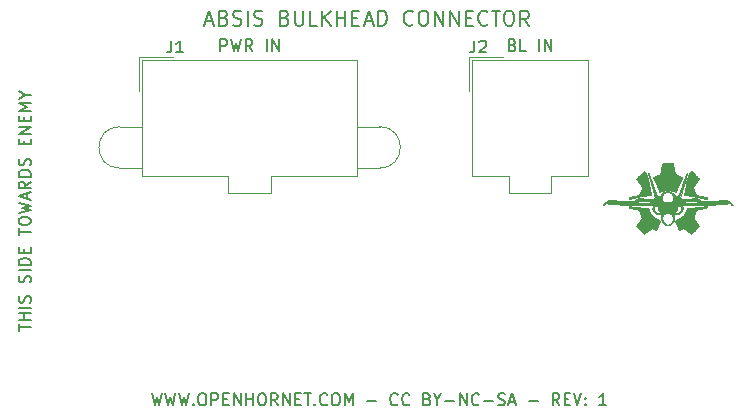
<source format=gbr>
%TF.GenerationSoftware,KiCad,Pcbnew,(5.1.9)-1*%
%TF.CreationDate,2021-11-10T12:24:04-07:00*%
%TF.ProjectId,ABSIS_Bulkhead_Connector,41425349-535f-4427-956c-6b686561645f,rev?*%
%TF.SameCoordinates,Original*%
%TF.FileFunction,Legend,Top*%
%TF.FilePolarity,Positive*%
%FSLAX46Y46*%
G04 Gerber Fmt 4.6, Leading zero omitted, Abs format (unit mm)*
G04 Created by KiCad (PCBNEW (5.1.9)-1) date 2021-11-10 12:24:04*
%MOMM*%
%LPD*%
G01*
G04 APERTURE LIST*
%ADD10C,0.150000*%
%ADD11C,0.010000*%
%ADD12C,0.120000*%
G04 APERTURE END LIST*
D10*
X101052380Y-84056857D02*
X101052380Y-83485428D01*
X102052380Y-83771142D02*
X101052380Y-83771142D01*
X102052380Y-83152095D02*
X101052380Y-83152095D01*
X101528571Y-83152095D02*
X101528571Y-82580666D01*
X102052380Y-82580666D02*
X101052380Y-82580666D01*
X102052380Y-82104476D02*
X101052380Y-82104476D01*
X102004761Y-81675904D02*
X102052380Y-81533047D01*
X102052380Y-81294952D01*
X102004761Y-81199714D01*
X101957142Y-81152095D01*
X101861904Y-81104476D01*
X101766666Y-81104476D01*
X101671428Y-81152095D01*
X101623809Y-81199714D01*
X101576190Y-81294952D01*
X101528571Y-81485428D01*
X101480952Y-81580666D01*
X101433333Y-81628285D01*
X101338095Y-81675904D01*
X101242857Y-81675904D01*
X101147619Y-81628285D01*
X101100000Y-81580666D01*
X101052380Y-81485428D01*
X101052380Y-81247333D01*
X101100000Y-81104476D01*
X102004761Y-79961619D02*
X102052380Y-79818761D01*
X102052380Y-79580666D01*
X102004761Y-79485428D01*
X101957142Y-79437809D01*
X101861904Y-79390190D01*
X101766666Y-79390190D01*
X101671428Y-79437809D01*
X101623809Y-79485428D01*
X101576190Y-79580666D01*
X101528571Y-79771142D01*
X101480952Y-79866380D01*
X101433333Y-79914000D01*
X101338095Y-79961619D01*
X101242857Y-79961619D01*
X101147619Y-79914000D01*
X101100000Y-79866380D01*
X101052380Y-79771142D01*
X101052380Y-79533047D01*
X101100000Y-79390190D01*
X102052380Y-78961619D02*
X101052380Y-78961619D01*
X102052380Y-78485428D02*
X101052380Y-78485428D01*
X101052380Y-78247333D01*
X101100000Y-78104476D01*
X101195238Y-78009238D01*
X101290476Y-77961619D01*
X101480952Y-77914000D01*
X101623809Y-77914000D01*
X101814285Y-77961619D01*
X101909523Y-78009238D01*
X102004761Y-78104476D01*
X102052380Y-78247333D01*
X102052380Y-78485428D01*
X101528571Y-77485428D02*
X101528571Y-77152095D01*
X102052380Y-77009238D02*
X102052380Y-77485428D01*
X101052380Y-77485428D01*
X101052380Y-77009238D01*
X101052380Y-75961619D02*
X101052380Y-75390190D01*
X102052380Y-75675904D02*
X101052380Y-75675904D01*
X101052380Y-74866380D02*
X101052380Y-74675904D01*
X101100000Y-74580666D01*
X101195238Y-74485428D01*
X101385714Y-74437809D01*
X101719047Y-74437809D01*
X101909523Y-74485428D01*
X102004761Y-74580666D01*
X102052380Y-74675904D01*
X102052380Y-74866380D01*
X102004761Y-74961619D01*
X101909523Y-75056857D01*
X101719047Y-75104476D01*
X101385714Y-75104476D01*
X101195238Y-75056857D01*
X101100000Y-74961619D01*
X101052380Y-74866380D01*
X101052380Y-74104476D02*
X102052380Y-73866380D01*
X101338095Y-73675904D01*
X102052380Y-73485428D01*
X101052380Y-73247333D01*
X101766666Y-72914000D02*
X101766666Y-72437809D01*
X102052380Y-73009238D02*
X101052380Y-72675904D01*
X102052380Y-72342571D01*
X102052380Y-71437809D02*
X101576190Y-71771142D01*
X102052380Y-72009238D02*
X101052380Y-72009238D01*
X101052380Y-71628285D01*
X101100000Y-71533047D01*
X101147619Y-71485428D01*
X101242857Y-71437809D01*
X101385714Y-71437809D01*
X101480952Y-71485428D01*
X101528571Y-71533047D01*
X101576190Y-71628285D01*
X101576190Y-72009238D01*
X102052380Y-71009238D02*
X101052380Y-71009238D01*
X101052380Y-70771142D01*
X101100000Y-70628285D01*
X101195238Y-70533047D01*
X101290476Y-70485428D01*
X101480952Y-70437809D01*
X101623809Y-70437809D01*
X101814285Y-70485428D01*
X101909523Y-70533047D01*
X102004761Y-70628285D01*
X102052380Y-70771142D01*
X102052380Y-71009238D01*
X102004761Y-70056857D02*
X102052380Y-69914000D01*
X102052380Y-69675904D01*
X102004761Y-69580666D01*
X101957142Y-69533047D01*
X101861904Y-69485428D01*
X101766666Y-69485428D01*
X101671428Y-69533047D01*
X101623809Y-69580666D01*
X101576190Y-69675904D01*
X101528571Y-69866380D01*
X101480952Y-69961619D01*
X101433333Y-70009238D01*
X101338095Y-70056857D01*
X101242857Y-70056857D01*
X101147619Y-70009238D01*
X101100000Y-69961619D01*
X101052380Y-69866380D01*
X101052380Y-69628285D01*
X101100000Y-69485428D01*
X101528571Y-68294952D02*
X101528571Y-67961619D01*
X102052380Y-67818761D02*
X102052380Y-68294952D01*
X101052380Y-68294952D01*
X101052380Y-67818761D01*
X102052380Y-67390190D02*
X101052380Y-67390190D01*
X102052380Y-66818761D01*
X101052380Y-66818761D01*
X101528571Y-66342571D02*
X101528571Y-66009238D01*
X102052380Y-65866380D02*
X102052380Y-66342571D01*
X101052380Y-66342571D01*
X101052380Y-65866380D01*
X102052380Y-65437809D02*
X101052380Y-65437809D01*
X101766666Y-65104476D01*
X101052380Y-64771142D01*
X102052380Y-64771142D01*
X101576190Y-64104476D02*
X102052380Y-64104476D01*
X101052380Y-64437809D02*
X101576190Y-64104476D01*
X101052380Y-63771142D01*
X112310095Y-89368380D02*
X112548190Y-90368380D01*
X112738666Y-89654095D01*
X112929142Y-90368380D01*
X113167238Y-89368380D01*
X113452952Y-89368380D02*
X113691047Y-90368380D01*
X113881523Y-89654095D01*
X114072000Y-90368380D01*
X114310095Y-89368380D01*
X114595809Y-89368380D02*
X114833904Y-90368380D01*
X115024380Y-89654095D01*
X115214857Y-90368380D01*
X115452952Y-89368380D01*
X115833904Y-90273142D02*
X115881523Y-90320761D01*
X115833904Y-90368380D01*
X115786285Y-90320761D01*
X115833904Y-90273142D01*
X115833904Y-90368380D01*
X116500571Y-89368380D02*
X116691047Y-89368380D01*
X116786285Y-89416000D01*
X116881523Y-89511238D01*
X116929142Y-89701714D01*
X116929142Y-90035047D01*
X116881523Y-90225523D01*
X116786285Y-90320761D01*
X116691047Y-90368380D01*
X116500571Y-90368380D01*
X116405333Y-90320761D01*
X116310095Y-90225523D01*
X116262476Y-90035047D01*
X116262476Y-89701714D01*
X116310095Y-89511238D01*
X116405333Y-89416000D01*
X116500571Y-89368380D01*
X117357714Y-90368380D02*
X117357714Y-89368380D01*
X117738666Y-89368380D01*
X117833904Y-89416000D01*
X117881523Y-89463619D01*
X117929142Y-89558857D01*
X117929142Y-89701714D01*
X117881523Y-89796952D01*
X117833904Y-89844571D01*
X117738666Y-89892190D01*
X117357714Y-89892190D01*
X118357714Y-89844571D02*
X118691047Y-89844571D01*
X118833904Y-90368380D02*
X118357714Y-90368380D01*
X118357714Y-89368380D01*
X118833904Y-89368380D01*
X119262476Y-90368380D02*
X119262476Y-89368380D01*
X119833904Y-90368380D01*
X119833904Y-89368380D01*
X120310095Y-90368380D02*
X120310095Y-89368380D01*
X120310095Y-89844571D02*
X120881523Y-89844571D01*
X120881523Y-90368380D02*
X120881523Y-89368380D01*
X121548190Y-89368380D02*
X121738666Y-89368380D01*
X121833904Y-89416000D01*
X121929142Y-89511238D01*
X121976761Y-89701714D01*
X121976761Y-90035047D01*
X121929142Y-90225523D01*
X121833904Y-90320761D01*
X121738666Y-90368380D01*
X121548190Y-90368380D01*
X121452952Y-90320761D01*
X121357714Y-90225523D01*
X121310095Y-90035047D01*
X121310095Y-89701714D01*
X121357714Y-89511238D01*
X121452952Y-89416000D01*
X121548190Y-89368380D01*
X122976761Y-90368380D02*
X122643428Y-89892190D01*
X122405333Y-90368380D02*
X122405333Y-89368380D01*
X122786285Y-89368380D01*
X122881523Y-89416000D01*
X122929142Y-89463619D01*
X122976761Y-89558857D01*
X122976761Y-89701714D01*
X122929142Y-89796952D01*
X122881523Y-89844571D01*
X122786285Y-89892190D01*
X122405333Y-89892190D01*
X123405333Y-90368380D02*
X123405333Y-89368380D01*
X123976761Y-90368380D01*
X123976761Y-89368380D01*
X124452952Y-89844571D02*
X124786285Y-89844571D01*
X124929142Y-90368380D02*
X124452952Y-90368380D01*
X124452952Y-89368380D01*
X124929142Y-89368380D01*
X125214857Y-89368380D02*
X125786285Y-89368380D01*
X125500571Y-90368380D02*
X125500571Y-89368380D01*
X126119619Y-90273142D02*
X126167238Y-90320761D01*
X126119619Y-90368380D01*
X126071999Y-90320761D01*
X126119619Y-90273142D01*
X126119619Y-90368380D01*
X127167238Y-90273142D02*
X127119619Y-90320761D01*
X126976761Y-90368380D01*
X126881523Y-90368380D01*
X126738666Y-90320761D01*
X126643428Y-90225523D01*
X126595809Y-90130285D01*
X126548190Y-89939809D01*
X126548190Y-89796952D01*
X126595809Y-89606476D01*
X126643428Y-89511238D01*
X126738666Y-89416000D01*
X126881523Y-89368380D01*
X126976761Y-89368380D01*
X127119619Y-89416000D01*
X127167238Y-89463619D01*
X127786285Y-89368380D02*
X127976761Y-89368380D01*
X128071999Y-89416000D01*
X128167238Y-89511238D01*
X128214857Y-89701714D01*
X128214857Y-90035047D01*
X128167238Y-90225523D01*
X128071999Y-90320761D01*
X127976761Y-90368380D01*
X127786285Y-90368380D01*
X127691047Y-90320761D01*
X127595809Y-90225523D01*
X127548190Y-90035047D01*
X127548190Y-89701714D01*
X127595809Y-89511238D01*
X127691047Y-89416000D01*
X127786285Y-89368380D01*
X128643428Y-90368380D02*
X128643428Y-89368380D01*
X128976761Y-90082666D01*
X129310095Y-89368380D01*
X129310095Y-90368380D01*
X130548190Y-89987428D02*
X131310095Y-89987428D01*
X133119619Y-90273142D02*
X133071999Y-90320761D01*
X132929142Y-90368380D01*
X132833904Y-90368380D01*
X132691047Y-90320761D01*
X132595809Y-90225523D01*
X132548190Y-90130285D01*
X132500571Y-89939809D01*
X132500571Y-89796952D01*
X132548190Y-89606476D01*
X132595809Y-89511238D01*
X132691047Y-89416000D01*
X132833904Y-89368380D01*
X132929142Y-89368380D01*
X133071999Y-89416000D01*
X133119619Y-89463619D01*
X134119619Y-90273142D02*
X134071999Y-90320761D01*
X133929142Y-90368380D01*
X133833904Y-90368380D01*
X133691047Y-90320761D01*
X133595809Y-90225523D01*
X133548190Y-90130285D01*
X133500571Y-89939809D01*
X133500571Y-89796952D01*
X133548190Y-89606476D01*
X133595809Y-89511238D01*
X133691047Y-89416000D01*
X133833904Y-89368380D01*
X133929142Y-89368380D01*
X134071999Y-89416000D01*
X134119619Y-89463619D01*
X135643428Y-89844571D02*
X135786285Y-89892190D01*
X135833904Y-89939809D01*
X135881523Y-90035047D01*
X135881523Y-90177904D01*
X135833904Y-90273142D01*
X135786285Y-90320761D01*
X135691047Y-90368380D01*
X135310095Y-90368380D01*
X135310095Y-89368380D01*
X135643428Y-89368380D01*
X135738666Y-89416000D01*
X135786285Y-89463619D01*
X135833904Y-89558857D01*
X135833904Y-89654095D01*
X135786285Y-89749333D01*
X135738666Y-89796952D01*
X135643428Y-89844571D01*
X135310095Y-89844571D01*
X136500571Y-89892190D02*
X136500571Y-90368380D01*
X136167238Y-89368380D02*
X136500571Y-89892190D01*
X136833904Y-89368380D01*
X137167238Y-89987428D02*
X137929142Y-89987428D01*
X138405333Y-90368380D02*
X138405333Y-89368380D01*
X138976761Y-90368380D01*
X138976761Y-89368380D01*
X140024380Y-90273142D02*
X139976761Y-90320761D01*
X139833904Y-90368380D01*
X139738666Y-90368380D01*
X139595809Y-90320761D01*
X139500571Y-90225523D01*
X139452952Y-90130285D01*
X139405333Y-89939809D01*
X139405333Y-89796952D01*
X139452952Y-89606476D01*
X139500571Y-89511238D01*
X139595809Y-89416000D01*
X139738666Y-89368380D01*
X139833904Y-89368380D01*
X139976761Y-89416000D01*
X140024380Y-89463619D01*
X140452952Y-89987428D02*
X141214857Y-89987428D01*
X141643428Y-90320761D02*
X141786285Y-90368380D01*
X142024380Y-90368380D01*
X142119619Y-90320761D01*
X142167238Y-90273142D01*
X142214857Y-90177904D01*
X142214857Y-90082666D01*
X142167238Y-89987428D01*
X142119619Y-89939809D01*
X142024380Y-89892190D01*
X141833904Y-89844571D01*
X141738666Y-89796952D01*
X141691047Y-89749333D01*
X141643428Y-89654095D01*
X141643428Y-89558857D01*
X141691047Y-89463619D01*
X141738666Y-89416000D01*
X141833904Y-89368380D01*
X142072000Y-89368380D01*
X142214857Y-89416000D01*
X142595809Y-90082666D02*
X143072000Y-90082666D01*
X142500571Y-90368380D02*
X142833904Y-89368380D01*
X143167238Y-90368380D01*
X144262476Y-89987428D02*
X145024380Y-89987428D01*
X146833904Y-90368380D02*
X146500571Y-89892190D01*
X146262476Y-90368380D02*
X146262476Y-89368380D01*
X146643428Y-89368380D01*
X146738666Y-89416000D01*
X146786285Y-89463619D01*
X146833904Y-89558857D01*
X146833904Y-89701714D01*
X146786285Y-89796952D01*
X146738666Y-89844571D01*
X146643428Y-89892190D01*
X146262476Y-89892190D01*
X147262476Y-89844571D02*
X147595809Y-89844571D01*
X147738666Y-90368380D02*
X147262476Y-90368380D01*
X147262476Y-89368380D01*
X147738666Y-89368380D01*
X148024380Y-89368380D02*
X148357714Y-90368380D01*
X148691047Y-89368380D01*
X149024380Y-90273142D02*
X149072000Y-90320761D01*
X149024380Y-90368380D01*
X148976761Y-90320761D01*
X149024380Y-90273142D01*
X149024380Y-90368380D01*
X149024380Y-89749333D02*
X149072000Y-89796952D01*
X149024380Y-89844571D01*
X148976761Y-89796952D01*
X149024380Y-89749333D01*
X149024380Y-89844571D01*
X150786285Y-90368380D02*
X150214857Y-90368380D01*
X150500571Y-90368380D02*
X150500571Y-89368380D01*
X150405333Y-89511238D01*
X150310095Y-89606476D01*
X150214857Y-89654095D01*
X116865523Y-57866333D02*
X117460761Y-57866333D01*
X116746476Y-58223476D02*
X117163142Y-56973476D01*
X117579809Y-58223476D01*
X118413142Y-57568714D02*
X118591714Y-57628238D01*
X118651238Y-57687761D01*
X118710761Y-57806809D01*
X118710761Y-57985380D01*
X118651238Y-58104428D01*
X118591714Y-58163952D01*
X118472666Y-58223476D01*
X117996476Y-58223476D01*
X117996476Y-56973476D01*
X118413142Y-56973476D01*
X118532190Y-57033000D01*
X118591714Y-57092523D01*
X118651238Y-57211571D01*
X118651238Y-57330619D01*
X118591714Y-57449666D01*
X118532190Y-57509190D01*
X118413142Y-57568714D01*
X117996476Y-57568714D01*
X119186952Y-58163952D02*
X119365523Y-58223476D01*
X119663142Y-58223476D01*
X119782190Y-58163952D01*
X119841714Y-58104428D01*
X119901238Y-57985380D01*
X119901238Y-57866333D01*
X119841714Y-57747285D01*
X119782190Y-57687761D01*
X119663142Y-57628238D01*
X119425047Y-57568714D01*
X119306000Y-57509190D01*
X119246476Y-57449666D01*
X119186952Y-57330619D01*
X119186952Y-57211571D01*
X119246476Y-57092523D01*
X119306000Y-57033000D01*
X119425047Y-56973476D01*
X119722666Y-56973476D01*
X119901238Y-57033000D01*
X120436952Y-58223476D02*
X120436952Y-56973476D01*
X120972666Y-58163952D02*
X121151238Y-58223476D01*
X121448857Y-58223476D01*
X121567904Y-58163952D01*
X121627428Y-58104428D01*
X121686952Y-57985380D01*
X121686952Y-57866333D01*
X121627428Y-57747285D01*
X121567904Y-57687761D01*
X121448857Y-57628238D01*
X121210761Y-57568714D01*
X121091714Y-57509190D01*
X121032190Y-57449666D01*
X120972666Y-57330619D01*
X120972666Y-57211571D01*
X121032190Y-57092523D01*
X121091714Y-57033000D01*
X121210761Y-56973476D01*
X121508380Y-56973476D01*
X121686952Y-57033000D01*
X123591714Y-57568714D02*
X123770285Y-57628238D01*
X123829809Y-57687761D01*
X123889333Y-57806809D01*
X123889333Y-57985380D01*
X123829809Y-58104428D01*
X123770285Y-58163952D01*
X123651238Y-58223476D01*
X123175047Y-58223476D01*
X123175047Y-56973476D01*
X123591714Y-56973476D01*
X123710761Y-57033000D01*
X123770285Y-57092523D01*
X123829809Y-57211571D01*
X123829809Y-57330619D01*
X123770285Y-57449666D01*
X123710761Y-57509190D01*
X123591714Y-57568714D01*
X123175047Y-57568714D01*
X124425047Y-56973476D02*
X124425047Y-57985380D01*
X124484571Y-58104428D01*
X124544095Y-58163952D01*
X124663142Y-58223476D01*
X124901238Y-58223476D01*
X125020285Y-58163952D01*
X125079809Y-58104428D01*
X125139333Y-57985380D01*
X125139333Y-56973476D01*
X126329809Y-58223476D02*
X125734571Y-58223476D01*
X125734571Y-56973476D01*
X126746476Y-58223476D02*
X126746476Y-56973476D01*
X127460761Y-58223476D02*
X126925047Y-57509190D01*
X127460761Y-56973476D02*
X126746476Y-57687761D01*
X127996476Y-58223476D02*
X127996476Y-56973476D01*
X127996476Y-57568714D02*
X128710761Y-57568714D01*
X128710761Y-58223476D02*
X128710761Y-56973476D01*
X129306000Y-57568714D02*
X129722666Y-57568714D01*
X129901238Y-58223476D02*
X129306000Y-58223476D01*
X129306000Y-56973476D01*
X129901238Y-56973476D01*
X130377428Y-57866333D02*
X130972666Y-57866333D01*
X130258380Y-58223476D02*
X130675047Y-56973476D01*
X131091714Y-58223476D01*
X131508380Y-58223476D02*
X131508380Y-56973476D01*
X131806000Y-56973476D01*
X131984571Y-57033000D01*
X132103619Y-57152047D01*
X132163142Y-57271095D01*
X132222666Y-57509190D01*
X132222666Y-57687761D01*
X132163142Y-57925857D01*
X132103619Y-58044904D01*
X131984571Y-58163952D01*
X131806000Y-58223476D01*
X131508380Y-58223476D01*
X134425047Y-58104428D02*
X134365523Y-58163952D01*
X134186952Y-58223476D01*
X134067904Y-58223476D01*
X133889333Y-58163952D01*
X133770285Y-58044904D01*
X133710761Y-57925857D01*
X133651238Y-57687761D01*
X133651238Y-57509190D01*
X133710761Y-57271095D01*
X133770285Y-57152047D01*
X133889333Y-57033000D01*
X134067904Y-56973476D01*
X134186952Y-56973476D01*
X134365523Y-57033000D01*
X134425047Y-57092523D01*
X135198857Y-56973476D02*
X135436952Y-56973476D01*
X135556000Y-57033000D01*
X135675047Y-57152047D01*
X135734571Y-57390142D01*
X135734571Y-57806809D01*
X135675047Y-58044904D01*
X135556000Y-58163952D01*
X135436952Y-58223476D01*
X135198857Y-58223476D01*
X135079809Y-58163952D01*
X134960761Y-58044904D01*
X134901238Y-57806809D01*
X134901238Y-57390142D01*
X134960761Y-57152047D01*
X135079809Y-57033000D01*
X135198857Y-56973476D01*
X136270285Y-58223476D02*
X136270285Y-56973476D01*
X136984571Y-58223476D01*
X136984571Y-56973476D01*
X137579809Y-58223476D02*
X137579809Y-56973476D01*
X138294095Y-58223476D01*
X138294095Y-56973476D01*
X138889333Y-57568714D02*
X139306000Y-57568714D01*
X139484571Y-58223476D02*
X138889333Y-58223476D01*
X138889333Y-56973476D01*
X139484571Y-56973476D01*
X140734571Y-58104428D02*
X140675047Y-58163952D01*
X140496476Y-58223476D01*
X140377428Y-58223476D01*
X140198857Y-58163952D01*
X140079809Y-58044904D01*
X140020285Y-57925857D01*
X139960761Y-57687761D01*
X139960761Y-57509190D01*
X140020285Y-57271095D01*
X140079809Y-57152047D01*
X140198857Y-57033000D01*
X140377428Y-56973476D01*
X140496476Y-56973476D01*
X140675047Y-57033000D01*
X140734571Y-57092523D01*
X141091714Y-56973476D02*
X141806000Y-56973476D01*
X141448857Y-58223476D02*
X141448857Y-56973476D01*
X142460761Y-56973476D02*
X142698857Y-56973476D01*
X142817904Y-57033000D01*
X142936952Y-57152047D01*
X142996476Y-57390142D01*
X142996476Y-57806809D01*
X142936952Y-58044904D01*
X142817904Y-58163952D01*
X142698857Y-58223476D01*
X142460761Y-58223476D01*
X142341714Y-58163952D01*
X142222666Y-58044904D01*
X142163142Y-57806809D01*
X142163142Y-57390142D01*
X142222666Y-57152047D01*
X142341714Y-57033000D01*
X142460761Y-56973476D01*
X144246476Y-58223476D02*
X143829809Y-57628238D01*
X143532190Y-58223476D02*
X143532190Y-56973476D01*
X144008380Y-56973476D01*
X144127428Y-57033000D01*
X144186952Y-57092523D01*
X144246476Y-57211571D01*
X144246476Y-57390142D01*
X144186952Y-57509190D01*
X144127428Y-57568714D01*
X144008380Y-57628238D01*
X143532190Y-57628238D01*
D11*
%TO.C,G\u002A\u002A\u002A*%
G36*
X155964146Y-69898457D02*
G01*
X155984827Y-69898457D01*
X156054660Y-69898465D01*
X156116522Y-69898496D01*
X156170909Y-69898557D01*
X156218316Y-69898656D01*
X156259239Y-69898802D01*
X156294173Y-69899002D01*
X156323615Y-69899264D01*
X156348060Y-69899597D01*
X156368004Y-69900007D01*
X156383942Y-69900504D01*
X156396370Y-69901095D01*
X156405783Y-69901788D01*
X156412678Y-69902591D01*
X156417550Y-69903512D01*
X156420895Y-69904559D01*
X156422826Y-69905506D01*
X156432805Y-69913634D01*
X156439293Y-69922504D01*
X156440685Y-69927980D01*
X156443505Y-69941209D01*
X156447644Y-69961622D01*
X156452991Y-69988646D01*
X156459436Y-70021711D01*
X156466869Y-70060244D01*
X156475181Y-70103674D01*
X156484262Y-70151431D01*
X156494001Y-70202942D01*
X156504289Y-70257636D01*
X156515016Y-70314941D01*
X156522297Y-70353995D01*
X156533271Y-70412749D01*
X156543902Y-70469292D01*
X156554081Y-70523049D01*
X156563693Y-70573447D01*
X156572628Y-70619913D01*
X156580774Y-70661871D01*
X156588019Y-70698748D01*
X156594251Y-70729971D01*
X156599359Y-70754965D01*
X156603230Y-70773158D01*
X156605753Y-70783974D01*
X156606622Y-70786788D01*
X156614323Y-70798231D01*
X156622405Y-70807124D01*
X156627416Y-70809782D01*
X156639519Y-70815323D01*
X156657965Y-70823436D01*
X156682002Y-70833810D01*
X156710882Y-70846134D01*
X156743856Y-70860097D01*
X156780173Y-70875389D01*
X156819085Y-70891698D01*
X156859841Y-70908713D01*
X156901692Y-70926124D01*
X156943888Y-70943619D01*
X156985680Y-70960887D01*
X157026319Y-70977619D01*
X157065054Y-70993501D01*
X157101136Y-71008225D01*
X157133816Y-71021478D01*
X157162343Y-71032950D01*
X157185969Y-71042330D01*
X157203944Y-71049307D01*
X157215518Y-71053570D01*
X157219381Y-71054767D01*
X157219786Y-71056205D01*
X157218907Y-71060303D01*
X157216610Y-71067372D01*
X157212758Y-71077726D01*
X157207215Y-71091675D01*
X157199847Y-71109533D01*
X157190516Y-71131612D01*
X157179087Y-71158225D01*
X157165426Y-71189682D01*
X157149394Y-71226298D01*
X157130858Y-71268384D01*
X157109681Y-71316252D01*
X157085728Y-71370215D01*
X157058862Y-71430585D01*
X157028948Y-71497675D01*
X156995851Y-71571796D01*
X156959434Y-71653262D01*
X156951899Y-71670106D01*
X156921319Y-71738460D01*
X156891648Y-71804752D01*
X156863074Y-71868568D01*
X156835782Y-71929491D01*
X156809961Y-71987104D01*
X156785796Y-72040993D01*
X156763475Y-72090741D01*
X156743184Y-72135932D01*
X156725110Y-72176149D01*
X156709440Y-72210978D01*
X156696360Y-72240002D01*
X156686058Y-72262804D01*
X156678719Y-72278970D01*
X156674532Y-72288082D01*
X156673597Y-72290012D01*
X156670967Y-72292048D01*
X156665691Y-72292463D01*
X156656572Y-72291032D01*
X156642414Y-72287529D01*
X156622020Y-72281729D01*
X156608762Y-72277793D01*
X156547919Y-72260354D01*
X156482723Y-72243065D01*
X156415297Y-72226420D01*
X156347764Y-72210910D01*
X156282249Y-72197027D01*
X156220874Y-72185261D01*
X156177249Y-72177873D01*
X156151840Y-72174768D01*
X156119674Y-72172228D01*
X156082442Y-72170275D01*
X156041835Y-72168928D01*
X155999544Y-72168208D01*
X155957262Y-72168136D01*
X155916678Y-72168733D01*
X155879486Y-72170019D01*
X155847375Y-72172015D01*
X155830606Y-72173636D01*
X155782097Y-72180220D01*
X155727296Y-72189386D01*
X155667850Y-72200775D01*
X155605406Y-72214025D01*
X155541610Y-72228775D01*
X155478110Y-72244664D01*
X155416551Y-72261331D01*
X155373806Y-72273776D01*
X155350920Y-72280604D01*
X155330886Y-72286472D01*
X155315097Y-72290980D01*
X155304943Y-72293732D01*
X155301839Y-72294401D01*
X155299841Y-72290575D01*
X155294645Y-72279398D01*
X155286434Y-72261283D01*
X155275390Y-72236643D01*
X155261695Y-72205890D01*
X155245531Y-72169438D01*
X155227079Y-72127698D01*
X155206523Y-72081083D01*
X155184043Y-72030006D01*
X155159823Y-71974879D01*
X155134043Y-71916115D01*
X155106886Y-71854127D01*
X155078535Y-71789328D01*
X155049170Y-71722129D01*
X155030015Y-71678249D01*
X155000093Y-71609664D01*
X154971092Y-71543158D01*
X154943192Y-71479149D01*
X154916575Y-71418053D01*
X154891422Y-71360287D01*
X154867914Y-71306267D01*
X154846232Y-71256412D01*
X154826557Y-71211136D01*
X154809071Y-71170857D01*
X154793954Y-71135992D01*
X154781388Y-71106958D01*
X154771553Y-71084170D01*
X154764631Y-71068046D01*
X154760803Y-71059003D01*
X154760062Y-71057130D01*
X154763708Y-71054579D01*
X154774853Y-71049055D01*
X154793129Y-71040716D01*
X154818169Y-71029720D01*
X154849603Y-71016224D01*
X154887066Y-71000386D01*
X154930187Y-70982364D01*
X154978601Y-70962314D01*
X155031939Y-70940396D01*
X155043550Y-70935644D01*
X155090426Y-70916429D01*
X155135245Y-70897969D01*
X155177353Y-70880538D01*
X155216095Y-70864412D01*
X155250818Y-70849866D01*
X155280868Y-70837174D01*
X155305591Y-70826612D01*
X155324332Y-70818453D01*
X155336439Y-70812973D01*
X155341020Y-70810630D01*
X155351858Y-70800723D01*
X155360851Y-70788285D01*
X155361357Y-70787325D01*
X155363330Y-70780800D01*
X155366720Y-70766337D01*
X155371450Y-70744333D01*
X155377443Y-70715184D01*
X155384621Y-70679286D01*
X155392906Y-70637036D01*
X155402220Y-70588830D01*
X155412485Y-70535063D01*
X155423625Y-70476133D01*
X155435561Y-70412435D01*
X155447193Y-70349880D01*
X155458109Y-70291121D01*
X155468655Y-70234630D01*
X155478724Y-70180975D01*
X155488206Y-70130723D01*
X155496993Y-70084440D01*
X155504976Y-70042693D01*
X155512046Y-70006051D01*
X155518094Y-69975080D01*
X155523013Y-69950347D01*
X155526692Y-69932419D01*
X155529023Y-69921863D01*
X155529785Y-69919182D01*
X155531514Y-69915870D01*
X155533276Y-69912931D01*
X155535558Y-69910342D01*
X155538849Y-69908082D01*
X155543636Y-69906128D01*
X155550408Y-69904457D01*
X155559652Y-69903048D01*
X155571858Y-69901878D01*
X155587512Y-69900926D01*
X155607104Y-69900168D01*
X155631121Y-69899584D01*
X155660051Y-69899149D01*
X155694382Y-69898843D01*
X155734604Y-69898642D01*
X155781202Y-69898526D01*
X155834667Y-69898471D01*
X155895485Y-69898456D01*
X155964146Y-69898457D01*
G37*
X155964146Y-69898457D02*
X155984827Y-69898457D01*
X156054660Y-69898465D01*
X156116522Y-69898496D01*
X156170909Y-69898557D01*
X156218316Y-69898656D01*
X156259239Y-69898802D01*
X156294173Y-69899002D01*
X156323615Y-69899264D01*
X156348060Y-69899597D01*
X156368004Y-69900007D01*
X156383942Y-69900504D01*
X156396370Y-69901095D01*
X156405783Y-69901788D01*
X156412678Y-69902591D01*
X156417550Y-69903512D01*
X156420895Y-69904559D01*
X156422826Y-69905506D01*
X156432805Y-69913634D01*
X156439293Y-69922504D01*
X156440685Y-69927980D01*
X156443505Y-69941209D01*
X156447644Y-69961622D01*
X156452991Y-69988646D01*
X156459436Y-70021711D01*
X156466869Y-70060244D01*
X156475181Y-70103674D01*
X156484262Y-70151431D01*
X156494001Y-70202942D01*
X156504289Y-70257636D01*
X156515016Y-70314941D01*
X156522297Y-70353995D01*
X156533271Y-70412749D01*
X156543902Y-70469292D01*
X156554081Y-70523049D01*
X156563693Y-70573447D01*
X156572628Y-70619913D01*
X156580774Y-70661871D01*
X156588019Y-70698748D01*
X156594251Y-70729971D01*
X156599359Y-70754965D01*
X156603230Y-70773158D01*
X156605753Y-70783974D01*
X156606622Y-70786788D01*
X156614323Y-70798231D01*
X156622405Y-70807124D01*
X156627416Y-70809782D01*
X156639519Y-70815323D01*
X156657965Y-70823436D01*
X156682002Y-70833810D01*
X156710882Y-70846134D01*
X156743856Y-70860097D01*
X156780173Y-70875389D01*
X156819085Y-70891698D01*
X156859841Y-70908713D01*
X156901692Y-70926124D01*
X156943888Y-70943619D01*
X156985680Y-70960887D01*
X157026319Y-70977619D01*
X157065054Y-70993501D01*
X157101136Y-71008225D01*
X157133816Y-71021478D01*
X157162343Y-71032950D01*
X157185969Y-71042330D01*
X157203944Y-71049307D01*
X157215518Y-71053570D01*
X157219381Y-71054767D01*
X157219786Y-71056205D01*
X157218907Y-71060303D01*
X157216610Y-71067372D01*
X157212758Y-71077726D01*
X157207215Y-71091675D01*
X157199847Y-71109533D01*
X157190516Y-71131612D01*
X157179087Y-71158225D01*
X157165426Y-71189682D01*
X157149394Y-71226298D01*
X157130858Y-71268384D01*
X157109681Y-71316252D01*
X157085728Y-71370215D01*
X157058862Y-71430585D01*
X157028948Y-71497675D01*
X156995851Y-71571796D01*
X156959434Y-71653262D01*
X156951899Y-71670106D01*
X156921319Y-71738460D01*
X156891648Y-71804752D01*
X156863074Y-71868568D01*
X156835782Y-71929491D01*
X156809961Y-71987104D01*
X156785796Y-72040993D01*
X156763475Y-72090741D01*
X156743184Y-72135932D01*
X156725110Y-72176149D01*
X156709440Y-72210978D01*
X156696360Y-72240002D01*
X156686058Y-72262804D01*
X156678719Y-72278970D01*
X156674532Y-72288082D01*
X156673597Y-72290012D01*
X156670967Y-72292048D01*
X156665691Y-72292463D01*
X156656572Y-72291032D01*
X156642414Y-72287529D01*
X156622020Y-72281729D01*
X156608762Y-72277793D01*
X156547919Y-72260354D01*
X156482723Y-72243065D01*
X156415297Y-72226420D01*
X156347764Y-72210910D01*
X156282249Y-72197027D01*
X156220874Y-72185261D01*
X156177249Y-72177873D01*
X156151840Y-72174768D01*
X156119674Y-72172228D01*
X156082442Y-72170275D01*
X156041835Y-72168928D01*
X155999544Y-72168208D01*
X155957262Y-72168136D01*
X155916678Y-72168733D01*
X155879486Y-72170019D01*
X155847375Y-72172015D01*
X155830606Y-72173636D01*
X155782097Y-72180220D01*
X155727296Y-72189386D01*
X155667850Y-72200775D01*
X155605406Y-72214025D01*
X155541610Y-72228775D01*
X155478110Y-72244664D01*
X155416551Y-72261331D01*
X155373806Y-72273776D01*
X155350920Y-72280604D01*
X155330886Y-72286472D01*
X155315097Y-72290980D01*
X155304943Y-72293732D01*
X155301839Y-72294401D01*
X155299841Y-72290575D01*
X155294645Y-72279398D01*
X155286434Y-72261283D01*
X155275390Y-72236643D01*
X155261695Y-72205890D01*
X155245531Y-72169438D01*
X155227079Y-72127698D01*
X155206523Y-72081083D01*
X155184043Y-72030006D01*
X155159823Y-71974879D01*
X155134043Y-71916115D01*
X155106886Y-71854127D01*
X155078535Y-71789328D01*
X155049170Y-71722129D01*
X155030015Y-71678249D01*
X155000093Y-71609664D01*
X154971092Y-71543158D01*
X154943192Y-71479149D01*
X154916575Y-71418053D01*
X154891422Y-71360287D01*
X154867914Y-71306267D01*
X154846232Y-71256412D01*
X154826557Y-71211136D01*
X154809071Y-71170857D01*
X154793954Y-71135992D01*
X154781388Y-71106958D01*
X154771553Y-71084170D01*
X154764631Y-71068046D01*
X154760803Y-71059003D01*
X154760062Y-71057130D01*
X154763708Y-71054579D01*
X154774853Y-71049055D01*
X154793129Y-71040716D01*
X154818169Y-71029720D01*
X154849603Y-71016224D01*
X154887066Y-71000386D01*
X154930187Y-70982364D01*
X154978601Y-70962314D01*
X155031939Y-70940396D01*
X155043550Y-70935644D01*
X155090426Y-70916429D01*
X155135245Y-70897969D01*
X155177353Y-70880538D01*
X155216095Y-70864412D01*
X155250818Y-70849866D01*
X155280868Y-70837174D01*
X155305591Y-70826612D01*
X155324332Y-70818453D01*
X155336439Y-70812973D01*
X155341020Y-70810630D01*
X155351858Y-70800723D01*
X155360851Y-70788285D01*
X155361357Y-70787325D01*
X155363330Y-70780800D01*
X155366720Y-70766337D01*
X155371450Y-70744333D01*
X155377443Y-70715184D01*
X155384621Y-70679286D01*
X155392906Y-70637036D01*
X155402220Y-70588830D01*
X155412485Y-70535063D01*
X155423625Y-70476133D01*
X155435561Y-70412435D01*
X155447193Y-70349880D01*
X155458109Y-70291121D01*
X155468655Y-70234630D01*
X155478724Y-70180975D01*
X155488206Y-70130723D01*
X155496993Y-70084440D01*
X155504976Y-70042693D01*
X155512046Y-70006051D01*
X155518094Y-69975080D01*
X155523013Y-69950347D01*
X155526692Y-69932419D01*
X155529023Y-69921863D01*
X155529785Y-69919182D01*
X155531514Y-69915870D01*
X155533276Y-69912931D01*
X155535558Y-69910342D01*
X155538849Y-69908082D01*
X155543636Y-69906128D01*
X155550408Y-69904457D01*
X155559652Y-69903048D01*
X155571858Y-69901878D01*
X155587512Y-69900926D01*
X155607104Y-69900168D01*
X155631121Y-69899584D01*
X155660051Y-69899149D01*
X155694382Y-69898843D01*
X155734604Y-69898642D01*
X155781202Y-69898526D01*
X155834667Y-69898471D01*
X155895485Y-69898456D01*
X155964146Y-69898457D01*
G36*
X158005502Y-70560893D02*
G01*
X158009979Y-70564204D01*
X158019917Y-70573040D01*
X158034820Y-70586911D01*
X158054194Y-70605324D01*
X158077544Y-70627787D01*
X158104375Y-70653808D01*
X158134192Y-70682896D01*
X158166499Y-70714559D01*
X158200803Y-70748304D01*
X158236607Y-70783639D01*
X158273418Y-70820073D01*
X158310740Y-70857114D01*
X158348078Y-70894270D01*
X158384938Y-70931048D01*
X158420824Y-70966958D01*
X158455241Y-71001506D01*
X158487695Y-71034202D01*
X158517690Y-71064552D01*
X158544732Y-71092066D01*
X158568326Y-71116251D01*
X158587976Y-71136616D01*
X158603189Y-71152667D01*
X158613468Y-71163914D01*
X158618319Y-71169865D01*
X158618497Y-71170170D01*
X158623036Y-71186169D01*
X158622767Y-71196293D01*
X158619888Y-71202474D01*
X158612162Y-71215517D01*
X158599627Y-71235368D01*
X158582317Y-71261972D01*
X158560270Y-71295274D01*
X158533522Y-71335220D01*
X158502109Y-71381754D01*
X158466068Y-71434823D01*
X158425435Y-71494372D01*
X158380518Y-71559948D01*
X158341198Y-71617360D01*
X158304696Y-71670855D01*
X158271221Y-71720123D01*
X158240978Y-71764853D01*
X158214176Y-71804736D01*
X158191021Y-71839460D01*
X158171721Y-71868716D01*
X158156482Y-71892193D01*
X158145512Y-71909581D01*
X158139019Y-71920569D01*
X158137204Y-71924452D01*
X158135497Y-71937285D01*
X158135910Y-71948187D01*
X158135986Y-71948550D01*
X158138185Y-71954843D01*
X158143428Y-71968095D01*
X158151401Y-71987570D01*
X158161785Y-72012531D01*
X158174265Y-72042243D01*
X158188524Y-72075971D01*
X158204245Y-72112978D01*
X158221111Y-72152528D01*
X158238806Y-72193887D01*
X158257014Y-72236318D01*
X158275417Y-72279085D01*
X158293699Y-72321453D01*
X158311543Y-72362686D01*
X158328633Y-72402048D01*
X158344653Y-72438803D01*
X158359284Y-72472215D01*
X158372212Y-72501550D01*
X158383119Y-72526070D01*
X158391688Y-72545041D01*
X158397603Y-72557726D01*
X158400548Y-72563390D01*
X158400614Y-72563478D01*
X158410586Y-72573312D01*
X158420321Y-72579966D01*
X158426013Y-72581553D01*
X158439451Y-72584560D01*
X158460055Y-72588872D01*
X158487244Y-72594376D01*
X158520437Y-72600960D01*
X158559054Y-72608510D01*
X158602514Y-72616913D01*
X158650237Y-72626056D01*
X158701642Y-72635825D01*
X158756148Y-72646108D01*
X158813175Y-72656792D01*
X158844339Y-72662599D01*
X158912057Y-72675199D01*
X158971949Y-72686357D01*
X159024512Y-72696178D01*
X159070244Y-72704766D01*
X159109642Y-72712226D01*
X159143204Y-72718663D01*
X159171429Y-72724181D01*
X159194812Y-72728885D01*
X159213853Y-72732879D01*
X159229049Y-72736268D01*
X159240897Y-72739156D01*
X159249896Y-72741647D01*
X159256542Y-72743848D01*
X159261334Y-72745861D01*
X159264769Y-72747792D01*
X159267346Y-72749745D01*
X159269560Y-72751825D01*
X159269699Y-72751962D01*
X159282399Y-72764564D01*
X159285061Y-72912590D01*
X159275263Y-72912158D01*
X159269478Y-72911092D01*
X159256220Y-72908171D01*
X159236236Y-72903572D01*
X159210273Y-72897474D01*
X159179077Y-72890054D01*
X159143396Y-72881489D01*
X159103975Y-72871957D01*
X159061561Y-72861635D01*
X159017815Y-72850927D01*
X158923896Y-72827999D01*
X158837777Y-72807249D01*
X158759101Y-72788596D01*
X158687508Y-72771959D01*
X158622641Y-72757254D01*
X158564141Y-72744400D01*
X158511649Y-72733315D01*
X158464807Y-72723918D01*
X158446315Y-72720376D01*
X158431564Y-72717684D01*
X158409112Y-72713712D01*
X158379610Y-72708569D01*
X158343708Y-72702366D01*
X158302058Y-72695216D01*
X158255309Y-72687228D01*
X158204113Y-72678514D01*
X158149120Y-72669184D01*
X158090980Y-72659349D01*
X158030345Y-72649121D01*
X157967865Y-72638611D01*
X157904191Y-72627928D01*
X157898098Y-72626908D01*
X157835577Y-72616398D01*
X157775021Y-72606146D01*
X157716998Y-72596250D01*
X157662077Y-72586812D01*
X157610824Y-72577930D01*
X157563809Y-72569706D01*
X157521599Y-72562239D01*
X157484762Y-72555629D01*
X157453866Y-72549976D01*
X157429480Y-72545380D01*
X157412172Y-72541942D01*
X157402509Y-72539760D01*
X157401369Y-72539428D01*
X157387049Y-72534423D01*
X157379318Y-72530500D01*
X157376603Y-72526496D01*
X157377224Y-72521596D01*
X157379142Y-72514846D01*
X157381416Y-72506280D01*
X157384115Y-72495577D01*
X157387311Y-72482413D01*
X157391075Y-72466466D01*
X157395478Y-72447414D01*
X157400590Y-72424932D01*
X157406483Y-72398700D01*
X157413227Y-72368393D01*
X157420893Y-72333689D01*
X157429552Y-72294267D01*
X157439275Y-72249802D01*
X157450133Y-72199972D01*
X157462197Y-72144454D01*
X157475538Y-72082926D01*
X157490226Y-72015066D01*
X157506332Y-71940549D01*
X157523927Y-71859054D01*
X157543083Y-71770258D01*
X157563869Y-71673838D01*
X157586358Y-71569471D01*
X157587028Y-71566359D01*
X157774448Y-70696378D01*
X157872859Y-70628676D01*
X157898900Y-70610987D01*
X157923177Y-70594927D01*
X157944678Y-70581129D01*
X157962394Y-70570228D01*
X157975317Y-70562859D01*
X157982434Y-70559655D01*
X157982821Y-70559584D01*
X157996237Y-70559533D01*
X158005502Y-70560893D01*
G37*
X158005502Y-70560893D02*
X158009979Y-70564204D01*
X158019917Y-70573040D01*
X158034820Y-70586911D01*
X158054194Y-70605324D01*
X158077544Y-70627787D01*
X158104375Y-70653808D01*
X158134192Y-70682896D01*
X158166499Y-70714559D01*
X158200803Y-70748304D01*
X158236607Y-70783639D01*
X158273418Y-70820073D01*
X158310740Y-70857114D01*
X158348078Y-70894270D01*
X158384938Y-70931048D01*
X158420824Y-70966958D01*
X158455241Y-71001506D01*
X158487695Y-71034202D01*
X158517690Y-71064552D01*
X158544732Y-71092066D01*
X158568326Y-71116251D01*
X158587976Y-71136616D01*
X158603189Y-71152667D01*
X158613468Y-71163914D01*
X158618319Y-71169865D01*
X158618497Y-71170170D01*
X158623036Y-71186169D01*
X158622767Y-71196293D01*
X158619888Y-71202474D01*
X158612162Y-71215517D01*
X158599627Y-71235368D01*
X158582317Y-71261972D01*
X158560270Y-71295274D01*
X158533522Y-71335220D01*
X158502109Y-71381754D01*
X158466068Y-71434823D01*
X158425435Y-71494372D01*
X158380518Y-71559948D01*
X158341198Y-71617360D01*
X158304696Y-71670855D01*
X158271221Y-71720123D01*
X158240978Y-71764853D01*
X158214176Y-71804736D01*
X158191021Y-71839460D01*
X158171721Y-71868716D01*
X158156482Y-71892193D01*
X158145512Y-71909581D01*
X158139019Y-71920569D01*
X158137204Y-71924452D01*
X158135497Y-71937285D01*
X158135910Y-71948187D01*
X158135986Y-71948550D01*
X158138185Y-71954843D01*
X158143428Y-71968095D01*
X158151401Y-71987570D01*
X158161785Y-72012531D01*
X158174265Y-72042243D01*
X158188524Y-72075971D01*
X158204245Y-72112978D01*
X158221111Y-72152528D01*
X158238806Y-72193887D01*
X158257014Y-72236318D01*
X158275417Y-72279085D01*
X158293699Y-72321453D01*
X158311543Y-72362686D01*
X158328633Y-72402048D01*
X158344653Y-72438803D01*
X158359284Y-72472215D01*
X158372212Y-72501550D01*
X158383119Y-72526070D01*
X158391688Y-72545041D01*
X158397603Y-72557726D01*
X158400548Y-72563390D01*
X158400614Y-72563478D01*
X158410586Y-72573312D01*
X158420321Y-72579966D01*
X158426013Y-72581553D01*
X158439451Y-72584560D01*
X158460055Y-72588872D01*
X158487244Y-72594376D01*
X158520437Y-72600960D01*
X158559054Y-72608510D01*
X158602514Y-72616913D01*
X158650237Y-72626056D01*
X158701642Y-72635825D01*
X158756148Y-72646108D01*
X158813175Y-72656792D01*
X158844339Y-72662599D01*
X158912057Y-72675199D01*
X158971949Y-72686357D01*
X159024512Y-72696178D01*
X159070244Y-72704766D01*
X159109642Y-72712226D01*
X159143204Y-72718663D01*
X159171429Y-72724181D01*
X159194812Y-72728885D01*
X159213853Y-72732879D01*
X159229049Y-72736268D01*
X159240897Y-72739156D01*
X159249896Y-72741647D01*
X159256542Y-72743848D01*
X159261334Y-72745861D01*
X159264769Y-72747792D01*
X159267346Y-72749745D01*
X159269560Y-72751825D01*
X159269699Y-72751962D01*
X159282399Y-72764564D01*
X159285061Y-72912590D01*
X159275263Y-72912158D01*
X159269478Y-72911092D01*
X159256220Y-72908171D01*
X159236236Y-72903572D01*
X159210273Y-72897474D01*
X159179077Y-72890054D01*
X159143396Y-72881489D01*
X159103975Y-72871957D01*
X159061561Y-72861635D01*
X159017815Y-72850927D01*
X158923896Y-72827999D01*
X158837777Y-72807249D01*
X158759101Y-72788596D01*
X158687508Y-72771959D01*
X158622641Y-72757254D01*
X158564141Y-72744400D01*
X158511649Y-72733315D01*
X158464807Y-72723918D01*
X158446315Y-72720376D01*
X158431564Y-72717684D01*
X158409112Y-72713712D01*
X158379610Y-72708569D01*
X158343708Y-72702366D01*
X158302058Y-72695216D01*
X158255309Y-72687228D01*
X158204113Y-72678514D01*
X158149120Y-72669184D01*
X158090980Y-72659349D01*
X158030345Y-72649121D01*
X157967865Y-72638611D01*
X157904191Y-72627928D01*
X157898098Y-72626908D01*
X157835577Y-72616398D01*
X157775021Y-72606146D01*
X157716998Y-72596250D01*
X157662077Y-72586812D01*
X157610824Y-72577930D01*
X157563809Y-72569706D01*
X157521599Y-72562239D01*
X157484762Y-72555629D01*
X157453866Y-72549976D01*
X157429480Y-72545380D01*
X157412172Y-72541942D01*
X157402509Y-72539760D01*
X157401369Y-72539428D01*
X157387049Y-72534423D01*
X157379318Y-72530500D01*
X157376603Y-72526496D01*
X157377224Y-72521596D01*
X157379142Y-72514846D01*
X157381416Y-72506280D01*
X157384115Y-72495577D01*
X157387311Y-72482413D01*
X157391075Y-72466466D01*
X157395478Y-72447414D01*
X157400590Y-72424932D01*
X157406483Y-72398700D01*
X157413227Y-72368393D01*
X157420893Y-72333689D01*
X157429552Y-72294267D01*
X157439275Y-72249802D01*
X157450133Y-72199972D01*
X157462197Y-72144454D01*
X157475538Y-72082926D01*
X157490226Y-72015066D01*
X157506332Y-71940549D01*
X157523927Y-71859054D01*
X157543083Y-71770258D01*
X157563869Y-71673838D01*
X157586358Y-71569471D01*
X157587028Y-71566359D01*
X157774448Y-70696378D01*
X157872859Y-70628676D01*
X157898900Y-70610987D01*
X157923177Y-70594927D01*
X157944678Y-70581129D01*
X157962394Y-70570228D01*
X157975317Y-70562859D01*
X157982434Y-70559655D01*
X157982821Y-70559584D01*
X157996237Y-70559533D01*
X158005502Y-70560893D01*
G36*
X153975984Y-70559000D02*
G01*
X153981992Y-70559349D01*
X153988193Y-70560653D01*
X153995489Y-70563434D01*
X154004782Y-70568219D01*
X154016974Y-70575530D01*
X154032968Y-70585893D01*
X154053666Y-70599832D01*
X154079970Y-70617871D01*
X154094347Y-70627792D01*
X154193730Y-70696440D01*
X154384938Y-71583147D01*
X154403363Y-71668548D01*
X154421369Y-71751926D01*
X154438871Y-71832891D01*
X154455784Y-71911050D01*
X154472022Y-71986011D01*
X154487500Y-72057382D01*
X154502132Y-72124770D01*
X154515834Y-72187785D01*
X154528520Y-72246034D01*
X154540104Y-72299124D01*
X154550501Y-72346665D01*
X154559626Y-72388263D01*
X154567393Y-72423528D01*
X154573717Y-72452066D01*
X154578513Y-72473486D01*
X154581695Y-72487396D01*
X154583150Y-72493313D01*
X154587406Y-72507452D01*
X154590947Y-72519008D01*
X154592464Y-72523810D01*
X154592080Y-72528097D01*
X154586937Y-72532112D01*
X154575678Y-72536675D01*
X154565803Y-72539897D01*
X154557859Y-72541777D01*
X154542125Y-72544940D01*
X154519166Y-72549285D01*
X154489546Y-72554714D01*
X154453830Y-72561128D01*
X154412580Y-72568427D01*
X154366361Y-72576513D01*
X154315738Y-72585288D01*
X154261273Y-72594650D01*
X154203533Y-72604503D01*
X154143079Y-72614746D01*
X154080477Y-72625282D01*
X154056348Y-72629323D01*
X153971745Y-72643479D01*
X153894811Y-72656373D01*
X153824865Y-72668142D01*
X153761225Y-72678922D01*
X153703210Y-72688848D01*
X153650139Y-72698056D01*
X153601331Y-72706683D01*
X153556103Y-72714864D01*
X153513775Y-72722735D01*
X153473666Y-72730432D01*
X153435093Y-72738091D01*
X153397376Y-72745848D01*
X153359833Y-72753839D01*
X153321784Y-72762200D01*
X153282545Y-72771067D01*
X153241437Y-72780575D01*
X153197778Y-72790861D01*
X153150886Y-72802061D01*
X153100080Y-72814310D01*
X153044679Y-72827745D01*
X152984001Y-72842501D01*
X152966590Y-72846738D01*
X152920056Y-72858042D01*
X152875885Y-72868732D01*
X152834773Y-72878643D01*
X152797419Y-72887608D01*
X152764520Y-72895461D01*
X152736774Y-72902036D01*
X152714877Y-72907166D01*
X152699528Y-72910686D01*
X152691425Y-72912428D01*
X152690365Y-72912590D01*
X152688206Y-72910893D01*
X152686647Y-72905131D01*
X152685609Y-72894293D01*
X152685008Y-72877369D01*
X152684765Y-72853350D01*
X152684749Y-72842939D01*
X152684965Y-72813369D01*
X152685786Y-72791003D01*
X152687462Y-72774583D01*
X152690250Y-72762854D01*
X152694401Y-72754559D01*
X152700170Y-72748442D01*
X152704456Y-72745332D01*
X152710164Y-72743537D01*
X152723774Y-72740325D01*
X152744852Y-72735780D01*
X152772966Y-72729987D01*
X152807686Y-72723031D01*
X152848579Y-72714998D01*
X152895213Y-72705972D01*
X152947156Y-72696037D01*
X153003977Y-72685279D01*
X153065244Y-72673783D01*
X153126078Y-72662458D01*
X153194214Y-72649808D01*
X153254520Y-72638583D01*
X153307496Y-72628680D01*
X153353638Y-72619996D01*
X153393446Y-72612430D01*
X153427417Y-72605880D01*
X153456051Y-72600242D01*
X153479846Y-72595416D01*
X153499299Y-72591298D01*
X153514910Y-72587787D01*
X153527177Y-72584780D01*
X153536597Y-72582176D01*
X153543670Y-72579872D01*
X153548894Y-72577765D01*
X153552767Y-72575754D01*
X153554595Y-72574588D01*
X153557779Y-72572269D01*
X153560877Y-72569482D01*
X153564138Y-72565700D01*
X153567808Y-72560391D01*
X153572135Y-72553028D01*
X153577366Y-72543082D01*
X153583749Y-72530022D01*
X153591531Y-72513321D01*
X153600959Y-72492448D01*
X153612281Y-72466875D01*
X153625744Y-72436073D01*
X153641595Y-72399513D01*
X153660083Y-72356664D01*
X153681453Y-72306999D01*
X153701426Y-72260528D01*
X153726178Y-72202896D01*
X153747768Y-72152504D01*
X153766387Y-72108816D01*
X153782225Y-72071296D01*
X153795473Y-72039410D01*
X153806320Y-72012620D01*
X153814956Y-71990393D01*
X153821572Y-71972192D01*
X153826358Y-71957482D01*
X153829503Y-71945727D01*
X153831199Y-71936391D01*
X153831634Y-71928940D01*
X153831000Y-71922837D01*
X153829486Y-71917548D01*
X153827283Y-71912536D01*
X153825919Y-71909845D01*
X153822701Y-71904748D01*
X153815022Y-71893170D01*
X153803217Y-71875606D01*
X153787624Y-71852549D01*
X153768580Y-71824495D01*
X153746421Y-71791939D01*
X153721484Y-71755373D01*
X153694106Y-71715294D01*
X153664623Y-71672196D01*
X153633373Y-71626573D01*
X153600692Y-71578919D01*
X153586079Y-71557631D01*
X153552914Y-71509279D01*
X153521067Y-71462757D01*
X153490873Y-71418557D01*
X153462664Y-71377172D01*
X153436775Y-71339095D01*
X153413539Y-71304817D01*
X153393290Y-71274832D01*
X153376361Y-71249632D01*
X153363086Y-71229710D01*
X153353799Y-71215559D01*
X153348833Y-71207670D01*
X153348102Y-71206307D01*
X153346364Y-71201868D01*
X153345019Y-71197730D01*
X153344390Y-71193527D01*
X153344803Y-71188894D01*
X153346582Y-71183464D01*
X153350051Y-71176874D01*
X153355535Y-71168756D01*
X153363358Y-71158745D01*
X153373845Y-71146476D01*
X153387320Y-71131584D01*
X153404107Y-71113702D01*
X153424532Y-71092465D01*
X153448918Y-71067508D01*
X153477590Y-71038465D01*
X153510872Y-71004970D01*
X153549089Y-70966658D01*
X153592566Y-70923163D01*
X153641626Y-70874120D01*
X153653193Y-70862557D01*
X153957003Y-70558857D01*
X153975984Y-70559000D01*
G37*
X153975984Y-70559000D02*
X153981992Y-70559349D01*
X153988193Y-70560653D01*
X153995489Y-70563434D01*
X154004782Y-70568219D01*
X154016974Y-70575530D01*
X154032968Y-70585893D01*
X154053666Y-70599832D01*
X154079970Y-70617871D01*
X154094347Y-70627792D01*
X154193730Y-70696440D01*
X154384938Y-71583147D01*
X154403363Y-71668548D01*
X154421369Y-71751926D01*
X154438871Y-71832891D01*
X154455784Y-71911050D01*
X154472022Y-71986011D01*
X154487500Y-72057382D01*
X154502132Y-72124770D01*
X154515834Y-72187785D01*
X154528520Y-72246034D01*
X154540104Y-72299124D01*
X154550501Y-72346665D01*
X154559626Y-72388263D01*
X154567393Y-72423528D01*
X154573717Y-72452066D01*
X154578513Y-72473486D01*
X154581695Y-72487396D01*
X154583150Y-72493313D01*
X154587406Y-72507452D01*
X154590947Y-72519008D01*
X154592464Y-72523810D01*
X154592080Y-72528097D01*
X154586937Y-72532112D01*
X154575678Y-72536675D01*
X154565803Y-72539897D01*
X154557859Y-72541777D01*
X154542125Y-72544940D01*
X154519166Y-72549285D01*
X154489546Y-72554714D01*
X154453830Y-72561128D01*
X154412580Y-72568427D01*
X154366361Y-72576513D01*
X154315738Y-72585288D01*
X154261273Y-72594650D01*
X154203533Y-72604503D01*
X154143079Y-72614746D01*
X154080477Y-72625282D01*
X154056348Y-72629323D01*
X153971745Y-72643479D01*
X153894811Y-72656373D01*
X153824865Y-72668142D01*
X153761225Y-72678922D01*
X153703210Y-72688848D01*
X153650139Y-72698056D01*
X153601331Y-72706683D01*
X153556103Y-72714864D01*
X153513775Y-72722735D01*
X153473666Y-72730432D01*
X153435093Y-72738091D01*
X153397376Y-72745848D01*
X153359833Y-72753839D01*
X153321784Y-72762200D01*
X153282545Y-72771067D01*
X153241437Y-72780575D01*
X153197778Y-72790861D01*
X153150886Y-72802061D01*
X153100080Y-72814310D01*
X153044679Y-72827745D01*
X152984001Y-72842501D01*
X152966590Y-72846738D01*
X152920056Y-72858042D01*
X152875885Y-72868732D01*
X152834773Y-72878643D01*
X152797419Y-72887608D01*
X152764520Y-72895461D01*
X152736774Y-72902036D01*
X152714877Y-72907166D01*
X152699528Y-72910686D01*
X152691425Y-72912428D01*
X152690365Y-72912590D01*
X152688206Y-72910893D01*
X152686647Y-72905131D01*
X152685609Y-72894293D01*
X152685008Y-72877369D01*
X152684765Y-72853350D01*
X152684749Y-72842939D01*
X152684965Y-72813369D01*
X152685786Y-72791003D01*
X152687462Y-72774583D01*
X152690250Y-72762854D01*
X152694401Y-72754559D01*
X152700170Y-72748442D01*
X152704456Y-72745332D01*
X152710164Y-72743537D01*
X152723774Y-72740325D01*
X152744852Y-72735780D01*
X152772966Y-72729987D01*
X152807686Y-72723031D01*
X152848579Y-72714998D01*
X152895213Y-72705972D01*
X152947156Y-72696037D01*
X153003977Y-72685279D01*
X153065244Y-72673783D01*
X153126078Y-72662458D01*
X153194214Y-72649808D01*
X153254520Y-72638583D01*
X153307496Y-72628680D01*
X153353638Y-72619996D01*
X153393446Y-72612430D01*
X153427417Y-72605880D01*
X153456051Y-72600242D01*
X153479846Y-72595416D01*
X153499299Y-72591298D01*
X153514910Y-72587787D01*
X153527177Y-72584780D01*
X153536597Y-72582176D01*
X153543670Y-72579872D01*
X153548894Y-72577765D01*
X153552767Y-72575754D01*
X153554595Y-72574588D01*
X153557779Y-72572269D01*
X153560877Y-72569482D01*
X153564138Y-72565700D01*
X153567808Y-72560391D01*
X153572135Y-72553028D01*
X153577366Y-72543082D01*
X153583749Y-72530022D01*
X153591531Y-72513321D01*
X153600959Y-72492448D01*
X153612281Y-72466875D01*
X153625744Y-72436073D01*
X153641595Y-72399513D01*
X153660083Y-72356664D01*
X153681453Y-72306999D01*
X153701426Y-72260528D01*
X153726178Y-72202896D01*
X153747768Y-72152504D01*
X153766387Y-72108816D01*
X153782225Y-72071296D01*
X153795473Y-72039410D01*
X153806320Y-72012620D01*
X153814956Y-71990393D01*
X153821572Y-71972192D01*
X153826358Y-71957482D01*
X153829503Y-71945727D01*
X153831199Y-71936391D01*
X153831634Y-71928940D01*
X153831000Y-71922837D01*
X153829486Y-71917548D01*
X153827283Y-71912536D01*
X153825919Y-71909845D01*
X153822701Y-71904748D01*
X153815022Y-71893170D01*
X153803217Y-71875606D01*
X153787624Y-71852549D01*
X153768580Y-71824495D01*
X153746421Y-71791939D01*
X153721484Y-71755373D01*
X153694106Y-71715294D01*
X153664623Y-71672196D01*
X153633373Y-71626573D01*
X153600692Y-71578919D01*
X153586079Y-71557631D01*
X153552914Y-71509279D01*
X153521067Y-71462757D01*
X153490873Y-71418557D01*
X153462664Y-71377172D01*
X153436775Y-71339095D01*
X153413539Y-71304817D01*
X153393290Y-71274832D01*
X153376361Y-71249632D01*
X153363086Y-71229710D01*
X153353799Y-71215559D01*
X153348833Y-71207670D01*
X153348102Y-71206307D01*
X153346364Y-71201868D01*
X153345019Y-71197730D01*
X153344390Y-71193527D01*
X153344803Y-71188894D01*
X153346582Y-71183464D01*
X153350051Y-71176874D01*
X153355535Y-71168756D01*
X153363358Y-71158745D01*
X153373845Y-71146476D01*
X153387320Y-71131584D01*
X153404107Y-71113702D01*
X153424532Y-71092465D01*
X153448918Y-71067508D01*
X153477590Y-71038465D01*
X153510872Y-71004970D01*
X153549089Y-70966658D01*
X153592566Y-70923163D01*
X153641626Y-70874120D01*
X153653193Y-70862557D01*
X153957003Y-70558857D01*
X153975984Y-70559000D01*
G36*
X154371041Y-70686569D02*
G01*
X154377380Y-70689741D01*
X154381207Y-70696921D01*
X154381416Y-70697498D01*
X154383903Y-70704471D01*
X154389066Y-70718959D01*
X154396740Y-70740500D01*
X154406761Y-70768634D01*
X154418964Y-70802898D01*
X154433185Y-70842831D01*
X154449261Y-70887973D01*
X154467026Y-70937861D01*
X154486317Y-70992034D01*
X154506969Y-71050031D01*
X154528818Y-71111391D01*
X154551700Y-71175652D01*
X154575450Y-71242352D01*
X154599904Y-71311031D01*
X154624898Y-71381227D01*
X154650268Y-71452478D01*
X154675849Y-71524323D01*
X154701476Y-71596301D01*
X154726987Y-71667951D01*
X154752216Y-71738811D01*
X154776999Y-71808419D01*
X154801172Y-71876315D01*
X154824571Y-71942037D01*
X154847031Y-72005123D01*
X154868387Y-72065112D01*
X154888477Y-72121543D01*
X154907136Y-72173955D01*
X154924198Y-72221885D01*
X154939500Y-72264874D01*
X154952879Y-72302458D01*
X154964168Y-72334177D01*
X154966628Y-72341090D01*
X154984460Y-72391176D01*
X155001470Y-72438921D01*
X155017446Y-72483728D01*
X155032176Y-72525002D01*
X155045445Y-72562149D01*
X155057042Y-72594571D01*
X155066753Y-72621675D01*
X155074365Y-72642864D01*
X155079666Y-72657544D01*
X155082443Y-72665118D01*
X155082815Y-72666054D01*
X155086892Y-72665321D01*
X155095816Y-72662103D01*
X155098376Y-72661056D01*
X155115859Y-72655471D01*
X155140427Y-72650095D01*
X155170698Y-72645101D01*
X155205290Y-72640660D01*
X155242822Y-72636944D01*
X155281911Y-72634126D01*
X155321177Y-72632377D01*
X155330660Y-72632131D01*
X155375189Y-72631153D01*
X155395614Y-72596718D01*
X155420246Y-72558402D01*
X155448809Y-72519369D01*
X155479833Y-72481335D01*
X155511844Y-72446020D01*
X155543371Y-72415141D01*
X155571381Y-72391594D01*
X155600556Y-72372044D01*
X155636530Y-72352216D01*
X155677688Y-72332775D01*
X155722415Y-72314388D01*
X155769096Y-72297720D01*
X155816117Y-72283438D01*
X155859749Y-72272660D01*
X155893462Y-72267182D01*
X155932841Y-72263721D01*
X155975328Y-72262278D01*
X156018365Y-72262852D01*
X156059395Y-72265445D01*
X156095861Y-72270055D01*
X156109515Y-72272660D01*
X156161622Y-72285696D01*
X156213667Y-72302059D01*
X156264115Y-72321095D01*
X156311429Y-72342149D01*
X156354073Y-72364567D01*
X156390512Y-72387695D01*
X156405053Y-72398620D01*
X156435699Y-72425600D01*
X156467890Y-72458279D01*
X156499866Y-72494563D01*
X156529865Y-72532356D01*
X156556127Y-72569563D01*
X156575346Y-72601241D01*
X156591737Y-72631107D01*
X156639551Y-72632148D01*
X156694829Y-72634572D01*
X156748806Y-72639276D01*
X156799655Y-72646024D01*
X156845546Y-72654579D01*
X156879605Y-72663189D01*
X156880325Y-72663055D01*
X156881287Y-72662120D01*
X156882582Y-72660139D01*
X156884298Y-72656863D01*
X156886525Y-72652048D01*
X156889351Y-72645445D01*
X156892866Y-72636808D01*
X156897159Y-72625890D01*
X156902319Y-72612445D01*
X156908435Y-72596227D01*
X156915596Y-72576987D01*
X156923892Y-72554480D01*
X156933411Y-72528459D01*
X156944243Y-72498678D01*
X156956477Y-72464888D01*
X156970202Y-72426845D01*
X156985507Y-72384301D01*
X157002482Y-72337009D01*
X157021214Y-72284723D01*
X157041795Y-72227196D01*
X157064312Y-72164181D01*
X157088854Y-72095432D01*
X157115512Y-72020702D01*
X157144374Y-71939744D01*
X157175529Y-71852312D01*
X157209066Y-71758158D01*
X157245075Y-71657037D01*
X157283645Y-71548701D01*
X157324864Y-71432904D01*
X157368822Y-71309399D01*
X157373031Y-71297573D01*
X157589991Y-70687973D01*
X157608660Y-70686723D01*
X157621751Y-70686827D01*
X157630873Y-70690403D01*
X157639361Y-70698030D01*
X157651392Y-70710588D01*
X157341301Y-71757333D01*
X157031210Y-72804079D01*
X157042275Y-72812902D01*
X157049124Y-72817314D01*
X157062309Y-72824886D01*
X157080613Y-72834952D01*
X157102817Y-72846850D01*
X157127705Y-72859915D01*
X157142754Y-72867696D01*
X157232170Y-72913668D01*
X157535501Y-72896066D01*
X157625489Y-72890851D01*
X157707478Y-72886119D01*
X157781919Y-72881848D01*
X157849266Y-72878018D01*
X157909971Y-72874607D01*
X157964486Y-72871595D01*
X158013263Y-72868962D01*
X158056755Y-72866686D01*
X158095415Y-72864746D01*
X158129693Y-72863122D01*
X158160044Y-72861792D01*
X158186919Y-72860737D01*
X158210770Y-72859934D01*
X158232050Y-72859364D01*
X158251212Y-72859005D01*
X158268707Y-72858837D01*
X158284988Y-72858838D01*
X158300508Y-72858988D01*
X158315718Y-72859266D01*
X158327782Y-72859562D01*
X158387083Y-72861513D01*
X158439388Y-72863998D01*
X158484385Y-72866994D01*
X158521758Y-72870478D01*
X158551195Y-72874426D01*
X158566068Y-72877263D01*
X158590851Y-72885681D01*
X158610160Y-72899211D01*
X158625548Y-72919133D01*
X158632270Y-72931922D01*
X158636347Y-72940313D01*
X158639401Y-72947166D01*
X158640718Y-72952778D01*
X158639588Y-72957447D01*
X158635300Y-72961470D01*
X158627141Y-72965145D01*
X158614400Y-72968769D01*
X158596365Y-72972640D01*
X158572326Y-72977056D01*
X158541570Y-72982313D01*
X158503387Y-72988710D01*
X158491823Y-72990652D01*
X158447274Y-72998182D01*
X158410565Y-73004467D01*
X158381176Y-73009610D01*
X158358588Y-73013711D01*
X158342282Y-73016871D01*
X158331739Y-73019191D01*
X158326438Y-73020772D01*
X158325862Y-73021715D01*
X158329489Y-73022121D01*
X158329898Y-73022133D01*
X158335027Y-73022284D01*
X158348151Y-73022683D01*
X158368805Y-73023315D01*
X158396521Y-73024165D01*
X158430834Y-73025218D01*
X158471276Y-73026462D01*
X158517382Y-73027881D01*
X158568684Y-73029460D01*
X158624716Y-73031187D01*
X158685011Y-73033045D01*
X158749104Y-73035021D01*
X158816526Y-73037101D01*
X158886811Y-73039269D01*
X158959494Y-73041512D01*
X158984179Y-73042275D01*
X159629993Y-73062213D01*
X160220313Y-73040220D01*
X160291296Y-73037571D01*
X160360572Y-73034975D01*
X160427604Y-73032454D01*
X160491856Y-73030029D01*
X160552792Y-73027719D01*
X160609875Y-73025546D01*
X160662569Y-73023529D01*
X160710338Y-73021690D01*
X160752645Y-73020049D01*
X160788955Y-73018627D01*
X160818730Y-73017443D01*
X160841435Y-73016519D01*
X160856533Y-73015876D01*
X160861673Y-73015635D01*
X160912714Y-73013043D01*
X160910933Y-73000909D01*
X160911668Y-72985206D01*
X160918608Y-72974473D01*
X160930893Y-72969015D01*
X160947660Y-72969136D01*
X160968051Y-72975142D01*
X160974936Y-72978228D01*
X160981313Y-72982124D01*
X160993825Y-72990505D01*
X161011764Y-73002864D01*
X161034427Y-73018695D01*
X161061106Y-73037492D01*
X161091097Y-73058749D01*
X161123694Y-73081960D01*
X161158192Y-73106620D01*
X161193884Y-73132220D01*
X161230065Y-73158256D01*
X161266030Y-73184222D01*
X161301073Y-73209611D01*
X161334488Y-73233917D01*
X161365570Y-73256635D01*
X161393613Y-73277257D01*
X161417912Y-73295278D01*
X161437761Y-73310192D01*
X161438316Y-73310612D01*
X161459579Y-73329716D01*
X161473834Y-73350009D01*
X161481708Y-73370395D01*
X161484042Y-73385627D01*
X161480871Y-73395892D01*
X161471600Y-73401609D01*
X161455635Y-73403200D01*
X161437376Y-73401749D01*
X161429903Y-73400518D01*
X161422435Y-73398391D01*
X161413993Y-73394792D01*
X161403597Y-73389146D01*
X161390267Y-73380877D01*
X161373024Y-73369411D01*
X161350888Y-73354170D01*
X161322879Y-73334581D01*
X161322095Y-73334030D01*
X161229732Y-73269175D01*
X161145065Y-73277106D01*
X161111474Y-73280238D01*
X161071791Y-73283914D01*
X161026716Y-73288070D01*
X160976948Y-73292643D01*
X160923187Y-73297569D01*
X160866131Y-73302786D01*
X160806480Y-73308229D01*
X160744932Y-73313835D01*
X160682187Y-73319542D01*
X160618943Y-73325285D01*
X160555901Y-73331001D01*
X160493759Y-73336628D01*
X160433216Y-73342101D01*
X160374972Y-73347357D01*
X160319725Y-73352333D01*
X160268174Y-73356965D01*
X160221020Y-73361191D01*
X160178960Y-73364946D01*
X160142694Y-73368168D01*
X160112921Y-73370793D01*
X160090341Y-73372758D01*
X160078265Y-73373783D01*
X160058473Y-73375339D01*
X160038082Y-73376736D01*
X160016426Y-73377993D01*
X159992838Y-73379128D01*
X159966652Y-73380158D01*
X159937203Y-73381102D01*
X159903824Y-73381977D01*
X159865849Y-73382800D01*
X159822612Y-73383590D01*
X159773447Y-73384364D01*
X159717688Y-73385141D01*
X159654668Y-73385937D01*
X159597782Y-73386609D01*
X159548626Y-73387179D01*
X159501375Y-73387732D01*
X159455540Y-73388274D01*
X159410632Y-73388812D01*
X159366160Y-73389354D01*
X159321634Y-73389905D01*
X159276565Y-73390472D01*
X159230463Y-73391061D01*
X159182838Y-73391680D01*
X159133200Y-73392334D01*
X159081060Y-73393031D01*
X159025928Y-73393777D01*
X158967315Y-73394579D01*
X158904729Y-73395443D01*
X158837682Y-73396375D01*
X158765684Y-73397383D01*
X158688245Y-73398473D01*
X158604876Y-73399652D01*
X158515085Y-73400926D01*
X158418385Y-73402301D01*
X158314284Y-73403785D01*
X158202294Y-73405384D01*
X158181732Y-73405678D01*
X158088836Y-73407006D01*
X158004025Y-73408222D01*
X157926914Y-73409336D01*
X157857123Y-73410358D01*
X157794269Y-73411297D01*
X157737970Y-73412162D01*
X157687843Y-73412964D01*
X157643506Y-73413711D01*
X157604578Y-73414414D01*
X157570676Y-73415082D01*
X157541418Y-73415724D01*
X157516421Y-73416351D01*
X157495304Y-73416972D01*
X157477684Y-73417596D01*
X157463178Y-73418233D01*
X157451406Y-73418892D01*
X157441984Y-73419584D01*
X157434531Y-73420317D01*
X157428664Y-73421102D01*
X157424001Y-73421948D01*
X157420160Y-73422864D01*
X157416758Y-73423860D01*
X157413414Y-73424946D01*
X157413382Y-73424957D01*
X157390539Y-73430747D01*
X157361080Y-73435515D01*
X157326814Y-73439064D01*
X157289552Y-73441199D01*
X157258579Y-73441756D01*
X157237541Y-73441854D01*
X157223649Y-73442288D01*
X157215586Y-73443267D01*
X157212033Y-73445003D01*
X157211671Y-73447706D01*
X157212147Y-73449165D01*
X157220604Y-73472450D01*
X157229502Y-73499427D01*
X157238120Y-73527662D01*
X157245738Y-73554725D01*
X157251636Y-73578182D01*
X157254560Y-73592307D01*
X157257339Y-73612977D01*
X157259513Y-73638149D01*
X157260780Y-73663866D01*
X157260982Y-73676889D01*
X157260123Y-73709813D01*
X157257272Y-73740473D01*
X157252018Y-73769996D01*
X157243951Y-73799512D01*
X157232659Y-73830150D01*
X157217732Y-73863041D01*
X157198758Y-73899313D01*
X157175328Y-73940095D01*
X157150187Y-73981432D01*
X157136973Y-73999977D01*
X157118605Y-74021951D01*
X157096711Y-74045714D01*
X157072920Y-74069627D01*
X157048860Y-74092053D01*
X157026161Y-74111352D01*
X157006982Y-74125535D01*
X156951437Y-74158283D01*
X156894321Y-74184243D01*
X156836453Y-74203242D01*
X156778656Y-74215107D01*
X156721750Y-74219661D01*
X156666557Y-74216732D01*
X156619632Y-74207714D01*
X156603116Y-74203467D01*
X156589302Y-74200125D01*
X156580594Y-74198264D01*
X156579415Y-74198088D01*
X156576588Y-74199209D01*
X156574458Y-74204095D01*
X156572798Y-74213984D01*
X156571384Y-74230116D01*
X156570285Y-74248207D01*
X156568304Y-74286818D01*
X156567012Y-74318563D01*
X156566394Y-74345014D01*
X156566434Y-74367742D01*
X156567116Y-74388318D01*
X156568426Y-74408313D01*
X156568696Y-74411593D01*
X156569290Y-74450870D01*
X156565188Y-74495809D01*
X156556662Y-74545219D01*
X156543986Y-74597908D01*
X156527435Y-74652684D01*
X156507281Y-74708355D01*
X156492230Y-74744797D01*
X156467803Y-74796137D01*
X156440856Y-74842572D01*
X156409923Y-74886236D01*
X156373539Y-74929261D01*
X156344507Y-74959673D01*
X156288938Y-75010739D01*
X156232109Y-75053463D01*
X156173958Y-75087885D01*
X156114421Y-75114043D01*
X156081999Y-75124652D01*
X156052616Y-75131265D01*
X156019154Y-75135751D01*
X155984695Y-75137905D01*
X155952322Y-75137526D01*
X155927482Y-75134843D01*
X155880311Y-75123244D01*
X155830812Y-75104812D01*
X155780538Y-75080240D01*
X155731045Y-75050222D01*
X155719002Y-75041966D01*
X155694755Y-75023359D01*
X155667247Y-74999630D01*
X155638215Y-74972491D01*
X155609397Y-74943653D01*
X155582531Y-74914827D01*
X155559354Y-74887726D01*
X155549229Y-74874740D01*
X155524455Y-74837727D01*
X155500066Y-74793872D01*
X155476848Y-74744791D01*
X155455587Y-74692098D01*
X155443204Y-74656723D01*
X155430218Y-74616143D01*
X155419944Y-74580830D01*
X155412133Y-74548956D01*
X155406537Y-74518690D01*
X155405835Y-74512790D01*
X155519182Y-74512790D01*
X155520175Y-74547077D01*
X155523645Y-74580608D01*
X155529964Y-74615337D01*
X155539502Y-74653218D01*
X155552628Y-74696207D01*
X155555655Y-74705407D01*
X155579895Y-74769345D01*
X155607766Y-74826051D01*
X155639539Y-74876066D01*
X155645320Y-74883904D01*
X155684180Y-74930714D01*
X155726337Y-74972766D01*
X155770895Y-75009440D01*
X155816959Y-75040118D01*
X155863632Y-75064182D01*
X155910018Y-75081015D01*
X155941187Y-75088056D01*
X155964687Y-75091207D01*
X155985555Y-75091931D01*
X156008067Y-75090250D01*
X156021724Y-75088449D01*
X156067546Y-75077879D01*
X156114028Y-75059733D01*
X156160263Y-75034757D01*
X156205344Y-75003695D01*
X156248365Y-74967294D01*
X156288418Y-74926297D01*
X156324596Y-74881451D01*
X156355994Y-74833499D01*
X156374614Y-74798540D01*
X156399391Y-74742147D01*
X156419390Y-74685828D01*
X156434434Y-74630572D01*
X156444340Y-74577368D01*
X156448928Y-74527206D01*
X156448019Y-74481074D01*
X156441432Y-74439962D01*
X156440567Y-74436590D01*
X156428468Y-74399503D01*
X156411882Y-74361154D01*
X156391776Y-74323049D01*
X156369117Y-74286699D01*
X156344870Y-74253610D01*
X156320003Y-74225293D01*
X156295483Y-74203255D01*
X156287324Y-74197412D01*
X156245506Y-74173659D01*
X156197500Y-74153409D01*
X156145001Y-74137070D01*
X156089701Y-74125049D01*
X156033294Y-74117755D01*
X155977473Y-74115595D01*
X155951310Y-74116505D01*
X155899648Y-74121776D01*
X155848580Y-74131035D01*
X155799483Y-74143827D01*
X155753734Y-74159697D01*
X155712709Y-74178193D01*
X155677785Y-74198859D01*
X155659530Y-74212792D01*
X155636652Y-74235639D01*
X155613190Y-74265016D01*
X155590243Y-74299154D01*
X155568911Y-74336284D01*
X155550292Y-74374639D01*
X155535568Y-74412210D01*
X155528678Y-74433005D01*
X155524069Y-74449131D01*
X155521277Y-74463440D01*
X155519836Y-74478781D01*
X155519282Y-74498005D01*
X155519182Y-74512790D01*
X155405835Y-74512790D01*
X155402908Y-74488206D01*
X155400996Y-74455674D01*
X155400554Y-74419266D01*
X155401332Y-74377152D01*
X155402079Y-74354040D01*
X155402121Y-74341981D01*
X155401678Y-74324805D01*
X155400847Y-74304136D01*
X155399722Y-74281596D01*
X155398402Y-74258809D01*
X155396982Y-74237397D01*
X155395559Y-74218985D01*
X155394229Y-74205194D01*
X155393089Y-74197649D01*
X155392739Y-74196769D01*
X155388174Y-74197094D01*
X155377408Y-74199438D01*
X155362343Y-74203360D01*
X155353650Y-74205817D01*
X155302228Y-74216434D01*
X155247775Y-74219543D01*
X155191097Y-74215183D01*
X155133000Y-74203393D01*
X155099856Y-74193462D01*
X155038376Y-74169075D01*
X154982215Y-74138608D01*
X154930092Y-74101288D01*
X154892965Y-74068416D01*
X154867326Y-74042828D01*
X154846283Y-74019337D01*
X154827766Y-73995307D01*
X154809706Y-73968100D01*
X154794856Y-73943406D01*
X154772337Y-73903981D01*
X154754178Y-73870075D01*
X154739836Y-73840306D01*
X154728769Y-73813289D01*
X154720435Y-73787641D01*
X154714290Y-73761979D01*
X154712717Y-73752513D01*
X154840732Y-73752513D01*
X154847198Y-73802785D01*
X154861367Y-73851630D01*
X154883286Y-73899673D01*
X154893048Y-73916832D01*
X154911568Y-73943661D01*
X154935470Y-73972146D01*
X154962606Y-74000067D01*
X154990829Y-74025205D01*
X155016314Y-74044237D01*
X155059879Y-74069905D01*
X155106567Y-74091525D01*
X155153864Y-74108081D01*
X155199256Y-74118561D01*
X155201465Y-74118913D01*
X155225292Y-74121115D01*
X155252995Y-74121350D01*
X155281438Y-74119782D01*
X155307487Y-74116575D01*
X155326349Y-74112404D01*
X155339278Y-74107951D01*
X155354837Y-74101768D01*
X155370526Y-74094952D01*
X155383845Y-74088598D01*
X155392295Y-74083804D01*
X155393297Y-74083029D01*
X155391612Y-74080179D01*
X156578912Y-74080179D01*
X156580402Y-74085347D01*
X156586384Y-74089968D01*
X156596349Y-74095388D01*
X156631994Y-74109874D01*
X156672584Y-74118469D01*
X156716911Y-74121097D01*
X156763765Y-74117681D01*
X156809292Y-74108826D01*
X156864782Y-74090525D01*
X156918227Y-74064599D01*
X156968192Y-74031864D01*
X157013245Y-73993139D01*
X157014938Y-73991464D01*
X157052104Y-73949055D01*
X157082747Y-73902613D01*
X157106185Y-73853304D01*
X157119396Y-73812173D01*
X157124659Y-73782032D01*
X157126958Y-73746776D01*
X157126333Y-73709210D01*
X157122822Y-73672135D01*
X157117040Y-73640723D01*
X157111460Y-73620041D01*
X157104046Y-73596459D01*
X157095313Y-73571239D01*
X157085773Y-73545645D01*
X157075941Y-73520938D01*
X157066330Y-73498380D01*
X157057453Y-73479234D01*
X157049825Y-73464762D01*
X157043958Y-73456226D01*
X157041252Y-73454456D01*
X157035724Y-73455831D01*
X157024134Y-73459542D01*
X157008355Y-73464972D01*
X156995550Y-73469561D01*
X156976375Y-73476271D01*
X156951763Y-73484485D01*
X156924400Y-73493327D01*
X156896974Y-73501921D01*
X156886613Y-73505085D01*
X156819160Y-73525505D01*
X156797166Y-73624389D01*
X156786394Y-73672341D01*
X156776994Y-73712933D01*
X156768680Y-73747110D01*
X156761165Y-73775815D01*
X156754162Y-73799991D01*
X156747384Y-73820581D01*
X156740545Y-73838530D01*
X156733358Y-73854780D01*
X156725536Y-73870275D01*
X156718652Y-73882719D01*
X156698798Y-73915466D01*
X156674967Y-73951505D01*
X156649099Y-73988073D01*
X156623137Y-74022409D01*
X156603606Y-74046409D01*
X156590292Y-74062207D01*
X156582135Y-74072965D01*
X156578912Y-74080179D01*
X155391612Y-74080179D01*
X155391238Y-74079547D01*
X155384662Y-74070833D01*
X155374531Y-74058113D01*
X155361804Y-74042610D01*
X155358517Y-74038667D01*
X155333325Y-74007042D01*
X155307430Y-73971865D01*
X155282486Y-73935544D01*
X155260149Y-73900491D01*
X155242187Y-73869323D01*
X155233281Y-73850852D01*
X155224410Y-73828485D01*
X155215349Y-73801461D01*
X155205875Y-73769019D01*
X155195764Y-73730398D01*
X155184791Y-73684835D01*
X155174291Y-73638606D01*
X155168064Y-73610582D01*
X155162365Y-73584933D01*
X155157478Y-73562947D01*
X155153692Y-73545908D01*
X155151289Y-73535102D01*
X155150642Y-73532193D01*
X155146065Y-73524989D01*
X155135200Y-73520702D01*
X155132713Y-73520200D01*
X155124190Y-73518041D01*
X155109010Y-73513602D01*
X155088539Y-73507308D01*
X155064144Y-73499582D01*
X155037191Y-73490848D01*
X155022030Y-73485854D01*
X154995271Y-73477013D01*
X154971285Y-73469136D01*
X154951207Y-73462590D01*
X154936174Y-73457747D01*
X154927321Y-73454974D01*
X154925428Y-73454456D01*
X154922465Y-73458149D01*
X154917042Y-73468244D01*
X154909806Y-73483272D01*
X154901406Y-73501760D01*
X154892489Y-73522237D01*
X154883706Y-73543232D01*
X154875704Y-73563273D01*
X154869131Y-73580889D01*
X154867052Y-73586913D01*
X154850708Y-73645201D01*
X154841918Y-73700193D01*
X154840732Y-73752513D01*
X154712717Y-73752513D01*
X154709792Y-73734920D01*
X154708233Y-73722540D01*
X154705925Y-73671839D01*
X154710083Y-73617421D01*
X154720478Y-73560757D01*
X154736885Y-73503314D01*
X154746124Y-73477717D01*
X154751992Y-73462351D01*
X154756475Y-73450374D01*
X154758867Y-73443677D01*
X154759082Y-73442911D01*
X154755127Y-73442457D01*
X154744373Y-73442087D01*
X154728490Y-73441841D01*
X154710232Y-73441756D01*
X154672146Y-73440905D01*
X154635498Y-73438483D01*
X154602120Y-73434690D01*
X154573847Y-73429726D01*
X154555882Y-73424963D01*
X154553648Y-73424168D01*
X154551774Y-73423424D01*
X154549995Y-73422728D01*
X154548045Y-73422073D01*
X154545661Y-73421455D01*
X154542577Y-73420868D01*
X154538529Y-73420308D01*
X154533252Y-73419767D01*
X154526483Y-73419243D01*
X154517955Y-73418729D01*
X154507404Y-73418220D01*
X154494567Y-73417711D01*
X154479177Y-73417196D01*
X154460970Y-73416671D01*
X154439683Y-73416130D01*
X154415049Y-73415569D01*
X154386805Y-73414980D01*
X154354685Y-73414361D01*
X154318426Y-73413705D01*
X154277762Y-73413007D01*
X154232429Y-73412261D01*
X154182162Y-73411464D01*
X154126696Y-73410608D01*
X154065767Y-73409690D01*
X153999110Y-73408704D01*
X153926461Y-73407645D01*
X153847555Y-73406507D01*
X153762127Y-73405285D01*
X153669912Y-73403974D01*
X153570646Y-73402570D01*
X153464064Y-73401065D01*
X153349902Y-73399456D01*
X153227895Y-73397738D01*
X153097778Y-73395904D01*
X153050932Y-73395243D01*
X152997228Y-73394499D01*
X152936495Y-73393680D01*
X152870170Y-73392805D01*
X152799689Y-73391892D01*
X152726490Y-73390959D01*
X152652010Y-73390025D01*
X152577685Y-73389107D01*
X152504952Y-73388224D01*
X152435249Y-73387394D01*
X152371482Y-73386652D01*
X152292498Y-73385690D01*
X152221661Y-73384711D01*
X152158651Y-73383707D01*
X152103148Y-73382671D01*
X152054832Y-73381594D01*
X152013384Y-73380470D01*
X151978482Y-73379290D01*
X151949808Y-73378048D01*
X151927042Y-73376735D01*
X151916399Y-73375937D01*
X151890086Y-73373710D01*
X151857490Y-73370899D01*
X151819212Y-73367560D01*
X151775853Y-73363747D01*
X151728015Y-73359514D01*
X151676298Y-73354917D01*
X151621305Y-73350009D01*
X151563636Y-73344846D01*
X151503894Y-73339481D01*
X151442679Y-73333970D01*
X151380592Y-73328366D01*
X151318236Y-73322726D01*
X151256212Y-73317102D01*
X151195120Y-73311550D01*
X151135563Y-73306124D01*
X151078141Y-73300879D01*
X151023456Y-73295869D01*
X150972110Y-73291148D01*
X150924704Y-73286773D01*
X150881839Y-73282796D01*
X150844116Y-73279272D01*
X150812138Y-73276257D01*
X150786505Y-73273805D01*
X150767818Y-73271969D01*
X150756680Y-73270805D01*
X150754217Y-73270505D01*
X150749267Y-73270185D01*
X150743899Y-73271005D01*
X150737216Y-73273492D01*
X150728320Y-73278172D01*
X150716314Y-73285571D01*
X150700301Y-73296217D01*
X150679382Y-73310635D01*
X150652661Y-73329352D01*
X150646472Y-73333707D01*
X150618183Y-73353542D01*
X150595792Y-73368997D01*
X150578329Y-73380646D01*
X150564827Y-73389062D01*
X150554315Y-73394817D01*
X150545825Y-73398486D01*
X150538387Y-73400641D01*
X150531321Y-73401820D01*
X150509828Y-73402986D01*
X150494375Y-73400525D01*
X150485756Y-73394593D01*
X150484841Y-73392800D01*
X150484477Y-73385160D01*
X150486336Y-73373035D01*
X150487950Y-73366468D01*
X150493720Y-73352029D01*
X150503564Y-73337966D01*
X150517034Y-73323838D01*
X150525091Y-73316908D01*
X150539105Y-73305789D01*
X150558365Y-73290997D01*
X150582159Y-73273045D01*
X150609778Y-73252448D01*
X150640510Y-73229721D01*
X150673644Y-73205378D01*
X150708469Y-73179933D01*
X150740404Y-73156715D01*
X151030930Y-73156715D01*
X151035211Y-73157159D01*
X151047438Y-73158181D01*
X151067115Y-73159745D01*
X151093743Y-73161813D01*
X151126825Y-73164347D01*
X151165864Y-73167309D01*
X151210362Y-73170663D01*
X151259822Y-73174372D01*
X151313745Y-73178396D01*
X151371635Y-73182700D01*
X151432993Y-73187245D01*
X151497323Y-73191994D01*
X151564127Y-73196909D01*
X151580066Y-73198080D01*
X152128065Y-73238308D01*
X153173699Y-73248425D01*
X153269170Y-73249346D01*
X153363449Y-73250249D01*
X153456106Y-73251130D01*
X153546715Y-73251986D01*
X153634846Y-73252813D01*
X153720072Y-73253606D01*
X153801963Y-73254362D01*
X153880093Y-73255078D01*
X153954032Y-73255749D01*
X154023353Y-73256371D01*
X154087628Y-73256940D01*
X154146427Y-73257454D01*
X154199323Y-73257907D01*
X154245889Y-73258296D01*
X154285694Y-73258617D01*
X154318312Y-73258866D01*
X154343314Y-73259040D01*
X154360090Y-73259133D01*
X154500848Y-73259723D01*
X154500848Y-73219113D01*
X154502242Y-73188660D01*
X154506030Y-73155908D01*
X154509501Y-73136044D01*
X154512986Y-73118313D01*
X154515546Y-73104050D01*
X154516878Y-73095029D01*
X154516910Y-73092781D01*
X154512627Y-73092841D01*
X154500236Y-73093156D01*
X154480090Y-73093716D01*
X154452542Y-73094510D01*
X154417947Y-73095526D01*
X154376659Y-73096754D01*
X154329030Y-73098184D01*
X154275415Y-73099804D01*
X154216168Y-73101604D01*
X154151642Y-73103573D01*
X154082191Y-73105700D01*
X154008169Y-73107975D01*
X153929929Y-73110386D01*
X153847826Y-73112923D01*
X153762213Y-73115575D01*
X153673443Y-73118331D01*
X153581871Y-73121180D01*
X153487851Y-73124113D01*
X153427323Y-73126004D01*
X152338980Y-73160030D01*
X151712823Y-73136540D01*
X151086665Y-73113050D01*
X151058229Y-73134315D01*
X151045434Y-73144101D01*
X151035915Y-73151801D01*
X151031174Y-73156183D01*
X151030930Y-73156715D01*
X150740404Y-73156715D01*
X150744275Y-73153901D01*
X150780350Y-73127796D01*
X150815984Y-73102134D01*
X150850466Y-73077427D01*
X150883085Y-73054192D01*
X150913129Y-73032942D01*
X150939889Y-73014192D01*
X150962652Y-72998456D01*
X150980709Y-72986249D01*
X150993348Y-72978086D01*
X150999671Y-72974552D01*
X151018362Y-72969106D01*
X151034915Y-72968037D01*
X151047272Y-72971345D01*
X151051126Y-72974508D01*
X151054953Y-72983222D01*
X151056807Y-72995501D01*
X151056839Y-72997226D01*
X151056839Y-73013060D01*
X151107736Y-73015650D01*
X151118065Y-73016118D01*
X151136317Y-73016880D01*
X151161957Y-73017914D01*
X151194445Y-73019200D01*
X151233246Y-73020718D01*
X151277821Y-73022446D01*
X151327635Y-73024364D01*
X151382149Y-73026452D01*
X151440826Y-73028688D01*
X151503130Y-73031053D01*
X151568523Y-73033524D01*
X151636468Y-73036083D01*
X151706427Y-73038708D01*
X151747065Y-73040228D01*
X152335498Y-73062216D01*
X152989549Y-73041961D01*
X153063260Y-73039673D01*
X153134647Y-73037445D01*
X153203253Y-73035292D01*
X153268623Y-73033230D01*
X153330298Y-73031272D01*
X153387823Y-73029435D01*
X153440741Y-73027732D01*
X153488595Y-73026178D01*
X153530928Y-73024788D01*
X153567284Y-73023577D01*
X153597207Y-73022560D01*
X153620238Y-73021752D01*
X153635923Y-73021166D01*
X153643804Y-73020819D01*
X153644682Y-73020745D01*
X153641062Y-73019775D01*
X153630334Y-73017634D01*
X153613742Y-73014553D01*
X153592528Y-73010761D01*
X153567934Y-73006489D01*
X153564249Y-73005859D01*
X153513548Y-72997207D01*
X153470560Y-72989871D01*
X153434656Y-72983714D01*
X153405208Y-72978602D01*
X153381588Y-72974397D01*
X153363167Y-72970964D01*
X153349316Y-72968167D01*
X153339407Y-72965869D01*
X153332812Y-72963935D01*
X153328902Y-72962229D01*
X153327049Y-72960614D01*
X153326624Y-72958954D01*
X153326999Y-72957114D01*
X153327546Y-72954957D01*
X153327599Y-72954627D01*
X153332928Y-72937172D01*
X153343007Y-72918405D01*
X153355912Y-72901153D01*
X153369723Y-72888241D01*
X153374986Y-72884967D01*
X153388815Y-72879939D01*
X153409948Y-72875438D01*
X153438601Y-72871441D01*
X153474988Y-72867925D01*
X153519325Y-72864865D01*
X153571826Y-72862240D01*
X153592899Y-72861392D01*
X153633049Y-72860000D01*
X153668198Y-72859134D01*
X153700547Y-72858814D01*
X153732297Y-72859058D01*
X153765647Y-72859885D01*
X153802797Y-72861314D01*
X153845949Y-72863365D01*
X153851132Y-72863628D01*
X153884086Y-72865342D01*
X153924485Y-72867499D01*
X153971326Y-72870041D01*
X154023603Y-72872913D01*
X154080310Y-72876057D01*
X154140442Y-72879417D01*
X154202994Y-72882935D01*
X154266960Y-72886556D01*
X154331335Y-72890223D01*
X154395113Y-72893879D01*
X154457289Y-72897467D01*
X154516858Y-72900930D01*
X154572814Y-72904212D01*
X154615330Y-72906730D01*
X154731929Y-72913672D01*
X154824880Y-72866645D01*
X154851180Y-72853231D01*
X154875389Y-72840680D01*
X154896336Y-72829616D01*
X154912854Y-72820659D01*
X154923772Y-72814434D01*
X154927428Y-72812056D01*
X154937024Y-72804496D01*
X154935303Y-72798686D01*
X155491926Y-72798686D01*
X155492734Y-72836259D01*
X155494725Y-72876395D01*
X155497804Y-72917656D01*
X155501874Y-72958601D01*
X155506839Y-72997792D01*
X155512603Y-73033791D01*
X155519069Y-73065156D01*
X155521590Y-73075184D01*
X155531032Y-73094995D01*
X155546791Y-73110614D01*
X155565865Y-73119872D01*
X155575214Y-73121594D01*
X155591404Y-73123498D01*
X155612816Y-73125436D01*
X155637834Y-73127265D01*
X155664836Y-73128838D01*
X155667132Y-73128954D01*
X155692359Y-73130224D01*
X155721513Y-73131724D01*
X155753391Y-73133387D01*
X155786788Y-73135149D01*
X155820500Y-73136945D01*
X155853323Y-73138710D01*
X155884053Y-73140380D01*
X155911486Y-73141889D01*
X155934418Y-73143173D01*
X155951644Y-73144167D01*
X155961962Y-73144806D01*
X155963465Y-73144913D01*
X155969393Y-73144858D01*
X155982854Y-73144429D01*
X156002925Y-73143667D01*
X156028684Y-73142609D01*
X156059207Y-73141294D01*
X156093571Y-73139760D01*
X156130853Y-73138046D01*
X156151849Y-73137061D01*
X156206306Y-73134446D01*
X156252958Y-73132082D01*
X156292460Y-73129875D01*
X156325466Y-73127736D01*
X156352632Y-73125571D01*
X156374611Y-73123290D01*
X156392058Y-73120799D01*
X156405629Y-73118009D01*
X156415978Y-73114827D01*
X156423759Y-73111161D01*
X156429627Y-73106919D01*
X156434238Y-73102010D01*
X156437514Y-73097424D01*
X157450919Y-73097424D01*
X157452622Y-73107830D01*
X157455878Y-73122223D01*
X157456615Y-73125130D01*
X157460090Y-73142278D01*
X157463307Y-73164696D01*
X157465860Y-73189188D01*
X157467139Y-73207865D01*
X157469702Y-73259723D01*
X157489167Y-73259802D01*
X157495009Y-73259770D01*
X157508968Y-73259661D01*
X157530697Y-73259478D01*
X157559845Y-73259226D01*
X157596065Y-73258906D01*
X157639007Y-73258523D01*
X157688323Y-73258079D01*
X157743664Y-73257578D01*
X157804681Y-73257023D01*
X157871026Y-73256417D01*
X157942350Y-73255762D01*
X158018304Y-73255064D01*
X158098539Y-73254323D01*
X158182707Y-73253545D01*
X158270459Y-73252732D01*
X158361445Y-73251886D01*
X158455318Y-73251012D01*
X158551729Y-73250113D01*
X158650329Y-73249191D01*
X158677032Y-73248941D01*
X159845432Y-73238000D01*
X160389039Y-73198085D01*
X160456089Y-73193149D01*
X160520788Y-73188363D01*
X160582636Y-73183763D01*
X160641132Y-73179388D01*
X160695777Y-73175277D01*
X160746069Y-73171468D01*
X160791509Y-73167999D01*
X160831596Y-73164908D01*
X160865830Y-73162233D01*
X160893710Y-73160013D01*
X160914737Y-73158286D01*
X160928409Y-73157090D01*
X160934227Y-73156464D01*
X160934402Y-73156414D01*
X160932086Y-73153266D01*
X160924397Y-73146379D01*
X160912787Y-73137020D01*
X160907618Y-73133055D01*
X160893239Y-73122457D01*
X160883128Y-73116208D01*
X160874949Y-73113358D01*
X160866369Y-73112957D01*
X160859672Y-73113537D01*
X160853213Y-73113935D01*
X160838787Y-73114619D01*
X160816886Y-73115571D01*
X160788005Y-73116770D01*
X160752638Y-73118199D01*
X160711277Y-73119837D01*
X160664417Y-73121665D01*
X160612551Y-73123665D01*
X160556173Y-73125817D01*
X160495776Y-73128102D01*
X160431855Y-73130501D01*
X160364902Y-73132995D01*
X160295411Y-73135565D01*
X160234181Y-73137813D01*
X159628097Y-73160004D01*
X158540848Y-73125964D01*
X158445494Y-73122984D01*
X158352357Y-73120082D01*
X158261791Y-73117269D01*
X158174151Y-73114557D01*
X158089791Y-73111955D01*
X158009065Y-73109475D01*
X157932329Y-73107127D01*
X157859935Y-73104921D01*
X157792240Y-73102869D01*
X157729597Y-73100982D01*
X157672362Y-73099269D01*
X157620887Y-73097742D01*
X157575528Y-73096411D01*
X157536640Y-73095288D01*
X157504576Y-73094381D01*
X157479691Y-73093704D01*
X157462340Y-73093265D01*
X157452877Y-73093076D01*
X157451127Y-73093089D01*
X157450919Y-73097424D01*
X156437514Y-73097424D01*
X156437818Y-73096999D01*
X156443680Y-73084027D01*
X156449465Y-73063746D01*
X156455021Y-73037310D01*
X156460200Y-73005878D01*
X156464854Y-72970604D01*
X156468831Y-72932646D01*
X156471984Y-72893161D01*
X156474163Y-72853303D01*
X156475219Y-72814230D01*
X156475281Y-72806757D01*
X156475377Y-72778095D01*
X156475233Y-72756321D01*
X156474694Y-72739856D01*
X156473609Y-72727121D01*
X156471823Y-72716537D01*
X156469183Y-72706527D01*
X156465535Y-72695511D01*
X156464061Y-72691323D01*
X156446313Y-72648072D01*
X156423020Y-72601984D01*
X156395464Y-72555225D01*
X156364931Y-72509963D01*
X156332703Y-72468364D01*
X156330358Y-72465576D01*
X156296270Y-72431158D01*
X156254673Y-72399384D01*
X156206238Y-72370695D01*
X156151630Y-72345534D01*
X156145165Y-72342958D01*
X156089739Y-72324343D01*
X156036279Y-72313072D01*
X155983858Y-72309203D01*
X155931547Y-72312796D01*
X155878419Y-72323909D01*
X155823545Y-72342603D01*
X155770232Y-72366791D01*
X155730504Y-72388374D01*
X155696962Y-72410565D01*
X155667411Y-72435193D01*
X155639657Y-72464083D01*
X155611726Y-72498770D01*
X155582196Y-72540513D01*
X155555627Y-72583123D01*
X155532788Y-72625142D01*
X155514444Y-72665112D01*
X155501365Y-72701574D01*
X155497567Y-72715740D01*
X155494247Y-72736987D01*
X155492398Y-72765116D01*
X155491926Y-72798686D01*
X154935303Y-72798686D01*
X154629789Y-71767401D01*
X154602736Y-71676071D01*
X154576303Y-71586805D01*
X154550591Y-71499948D01*
X154525702Y-71415844D01*
X154501737Y-71334838D01*
X154478799Y-71257277D01*
X154456989Y-71183503D01*
X154436410Y-71113863D01*
X154417162Y-71048702D01*
X154399348Y-70988363D01*
X154383070Y-70933193D01*
X154368430Y-70883536D01*
X154355529Y-70839737D01*
X154344469Y-70802141D01*
X154335353Y-70771093D01*
X154328281Y-70746938D01*
X154323356Y-70730020D01*
X154320680Y-70720685D01*
X154320204Y-70718908D01*
X154321497Y-70706470D01*
X154329590Y-70695881D01*
X154342828Y-70688543D01*
X154359236Y-70685856D01*
X154371041Y-70686569D01*
G37*
X154371041Y-70686569D02*
X154377380Y-70689741D01*
X154381207Y-70696921D01*
X154381416Y-70697498D01*
X154383903Y-70704471D01*
X154389066Y-70718959D01*
X154396740Y-70740500D01*
X154406761Y-70768634D01*
X154418964Y-70802898D01*
X154433185Y-70842831D01*
X154449261Y-70887973D01*
X154467026Y-70937861D01*
X154486317Y-70992034D01*
X154506969Y-71050031D01*
X154528818Y-71111391D01*
X154551700Y-71175652D01*
X154575450Y-71242352D01*
X154599904Y-71311031D01*
X154624898Y-71381227D01*
X154650268Y-71452478D01*
X154675849Y-71524323D01*
X154701476Y-71596301D01*
X154726987Y-71667951D01*
X154752216Y-71738811D01*
X154776999Y-71808419D01*
X154801172Y-71876315D01*
X154824571Y-71942037D01*
X154847031Y-72005123D01*
X154868387Y-72065112D01*
X154888477Y-72121543D01*
X154907136Y-72173955D01*
X154924198Y-72221885D01*
X154939500Y-72264874D01*
X154952879Y-72302458D01*
X154964168Y-72334177D01*
X154966628Y-72341090D01*
X154984460Y-72391176D01*
X155001470Y-72438921D01*
X155017446Y-72483728D01*
X155032176Y-72525002D01*
X155045445Y-72562149D01*
X155057042Y-72594571D01*
X155066753Y-72621675D01*
X155074365Y-72642864D01*
X155079666Y-72657544D01*
X155082443Y-72665118D01*
X155082815Y-72666054D01*
X155086892Y-72665321D01*
X155095816Y-72662103D01*
X155098376Y-72661056D01*
X155115859Y-72655471D01*
X155140427Y-72650095D01*
X155170698Y-72645101D01*
X155205290Y-72640660D01*
X155242822Y-72636944D01*
X155281911Y-72634126D01*
X155321177Y-72632377D01*
X155330660Y-72632131D01*
X155375189Y-72631153D01*
X155395614Y-72596718D01*
X155420246Y-72558402D01*
X155448809Y-72519369D01*
X155479833Y-72481335D01*
X155511844Y-72446020D01*
X155543371Y-72415141D01*
X155571381Y-72391594D01*
X155600556Y-72372044D01*
X155636530Y-72352216D01*
X155677688Y-72332775D01*
X155722415Y-72314388D01*
X155769096Y-72297720D01*
X155816117Y-72283438D01*
X155859749Y-72272660D01*
X155893462Y-72267182D01*
X155932841Y-72263721D01*
X155975328Y-72262278D01*
X156018365Y-72262852D01*
X156059395Y-72265445D01*
X156095861Y-72270055D01*
X156109515Y-72272660D01*
X156161622Y-72285696D01*
X156213667Y-72302059D01*
X156264115Y-72321095D01*
X156311429Y-72342149D01*
X156354073Y-72364567D01*
X156390512Y-72387695D01*
X156405053Y-72398620D01*
X156435699Y-72425600D01*
X156467890Y-72458279D01*
X156499866Y-72494563D01*
X156529865Y-72532356D01*
X156556127Y-72569563D01*
X156575346Y-72601241D01*
X156591737Y-72631107D01*
X156639551Y-72632148D01*
X156694829Y-72634572D01*
X156748806Y-72639276D01*
X156799655Y-72646024D01*
X156845546Y-72654579D01*
X156879605Y-72663189D01*
X156880325Y-72663055D01*
X156881287Y-72662120D01*
X156882582Y-72660139D01*
X156884298Y-72656863D01*
X156886525Y-72652048D01*
X156889351Y-72645445D01*
X156892866Y-72636808D01*
X156897159Y-72625890D01*
X156902319Y-72612445D01*
X156908435Y-72596227D01*
X156915596Y-72576987D01*
X156923892Y-72554480D01*
X156933411Y-72528459D01*
X156944243Y-72498678D01*
X156956477Y-72464888D01*
X156970202Y-72426845D01*
X156985507Y-72384301D01*
X157002482Y-72337009D01*
X157021214Y-72284723D01*
X157041795Y-72227196D01*
X157064312Y-72164181D01*
X157088854Y-72095432D01*
X157115512Y-72020702D01*
X157144374Y-71939744D01*
X157175529Y-71852312D01*
X157209066Y-71758158D01*
X157245075Y-71657037D01*
X157283645Y-71548701D01*
X157324864Y-71432904D01*
X157368822Y-71309399D01*
X157373031Y-71297573D01*
X157589991Y-70687973D01*
X157608660Y-70686723D01*
X157621751Y-70686827D01*
X157630873Y-70690403D01*
X157639361Y-70698030D01*
X157651392Y-70710588D01*
X157341301Y-71757333D01*
X157031210Y-72804079D01*
X157042275Y-72812902D01*
X157049124Y-72817314D01*
X157062309Y-72824886D01*
X157080613Y-72834952D01*
X157102817Y-72846850D01*
X157127705Y-72859915D01*
X157142754Y-72867696D01*
X157232170Y-72913668D01*
X157535501Y-72896066D01*
X157625489Y-72890851D01*
X157707478Y-72886119D01*
X157781919Y-72881848D01*
X157849266Y-72878018D01*
X157909971Y-72874607D01*
X157964486Y-72871595D01*
X158013263Y-72868962D01*
X158056755Y-72866686D01*
X158095415Y-72864746D01*
X158129693Y-72863122D01*
X158160044Y-72861792D01*
X158186919Y-72860737D01*
X158210770Y-72859934D01*
X158232050Y-72859364D01*
X158251212Y-72859005D01*
X158268707Y-72858837D01*
X158284988Y-72858838D01*
X158300508Y-72858988D01*
X158315718Y-72859266D01*
X158327782Y-72859562D01*
X158387083Y-72861513D01*
X158439388Y-72863998D01*
X158484385Y-72866994D01*
X158521758Y-72870478D01*
X158551195Y-72874426D01*
X158566068Y-72877263D01*
X158590851Y-72885681D01*
X158610160Y-72899211D01*
X158625548Y-72919133D01*
X158632270Y-72931922D01*
X158636347Y-72940313D01*
X158639401Y-72947166D01*
X158640718Y-72952778D01*
X158639588Y-72957447D01*
X158635300Y-72961470D01*
X158627141Y-72965145D01*
X158614400Y-72968769D01*
X158596365Y-72972640D01*
X158572326Y-72977056D01*
X158541570Y-72982313D01*
X158503387Y-72988710D01*
X158491823Y-72990652D01*
X158447274Y-72998182D01*
X158410565Y-73004467D01*
X158381176Y-73009610D01*
X158358588Y-73013711D01*
X158342282Y-73016871D01*
X158331739Y-73019191D01*
X158326438Y-73020772D01*
X158325862Y-73021715D01*
X158329489Y-73022121D01*
X158329898Y-73022133D01*
X158335027Y-73022284D01*
X158348151Y-73022683D01*
X158368805Y-73023315D01*
X158396521Y-73024165D01*
X158430834Y-73025218D01*
X158471276Y-73026462D01*
X158517382Y-73027881D01*
X158568684Y-73029460D01*
X158624716Y-73031187D01*
X158685011Y-73033045D01*
X158749104Y-73035021D01*
X158816526Y-73037101D01*
X158886811Y-73039269D01*
X158959494Y-73041512D01*
X158984179Y-73042275D01*
X159629993Y-73062213D01*
X160220313Y-73040220D01*
X160291296Y-73037571D01*
X160360572Y-73034975D01*
X160427604Y-73032454D01*
X160491856Y-73030029D01*
X160552792Y-73027719D01*
X160609875Y-73025546D01*
X160662569Y-73023529D01*
X160710338Y-73021690D01*
X160752645Y-73020049D01*
X160788955Y-73018627D01*
X160818730Y-73017443D01*
X160841435Y-73016519D01*
X160856533Y-73015876D01*
X160861673Y-73015635D01*
X160912714Y-73013043D01*
X160910933Y-73000909D01*
X160911668Y-72985206D01*
X160918608Y-72974473D01*
X160930893Y-72969015D01*
X160947660Y-72969136D01*
X160968051Y-72975142D01*
X160974936Y-72978228D01*
X160981313Y-72982124D01*
X160993825Y-72990505D01*
X161011764Y-73002864D01*
X161034427Y-73018695D01*
X161061106Y-73037492D01*
X161091097Y-73058749D01*
X161123694Y-73081960D01*
X161158192Y-73106620D01*
X161193884Y-73132220D01*
X161230065Y-73158256D01*
X161266030Y-73184222D01*
X161301073Y-73209611D01*
X161334488Y-73233917D01*
X161365570Y-73256635D01*
X161393613Y-73277257D01*
X161417912Y-73295278D01*
X161437761Y-73310192D01*
X161438316Y-73310612D01*
X161459579Y-73329716D01*
X161473834Y-73350009D01*
X161481708Y-73370395D01*
X161484042Y-73385627D01*
X161480871Y-73395892D01*
X161471600Y-73401609D01*
X161455635Y-73403200D01*
X161437376Y-73401749D01*
X161429903Y-73400518D01*
X161422435Y-73398391D01*
X161413993Y-73394792D01*
X161403597Y-73389146D01*
X161390267Y-73380877D01*
X161373024Y-73369411D01*
X161350888Y-73354170D01*
X161322879Y-73334581D01*
X161322095Y-73334030D01*
X161229732Y-73269175D01*
X161145065Y-73277106D01*
X161111474Y-73280238D01*
X161071791Y-73283914D01*
X161026716Y-73288070D01*
X160976948Y-73292643D01*
X160923187Y-73297569D01*
X160866131Y-73302786D01*
X160806480Y-73308229D01*
X160744932Y-73313835D01*
X160682187Y-73319542D01*
X160618943Y-73325285D01*
X160555901Y-73331001D01*
X160493759Y-73336628D01*
X160433216Y-73342101D01*
X160374972Y-73347357D01*
X160319725Y-73352333D01*
X160268174Y-73356965D01*
X160221020Y-73361191D01*
X160178960Y-73364946D01*
X160142694Y-73368168D01*
X160112921Y-73370793D01*
X160090341Y-73372758D01*
X160078265Y-73373783D01*
X160058473Y-73375339D01*
X160038082Y-73376736D01*
X160016426Y-73377993D01*
X159992838Y-73379128D01*
X159966652Y-73380158D01*
X159937203Y-73381102D01*
X159903824Y-73381977D01*
X159865849Y-73382800D01*
X159822612Y-73383590D01*
X159773447Y-73384364D01*
X159717688Y-73385141D01*
X159654668Y-73385937D01*
X159597782Y-73386609D01*
X159548626Y-73387179D01*
X159501375Y-73387732D01*
X159455540Y-73388274D01*
X159410632Y-73388812D01*
X159366160Y-73389354D01*
X159321634Y-73389905D01*
X159276565Y-73390472D01*
X159230463Y-73391061D01*
X159182838Y-73391680D01*
X159133200Y-73392334D01*
X159081060Y-73393031D01*
X159025928Y-73393777D01*
X158967315Y-73394579D01*
X158904729Y-73395443D01*
X158837682Y-73396375D01*
X158765684Y-73397383D01*
X158688245Y-73398473D01*
X158604876Y-73399652D01*
X158515085Y-73400926D01*
X158418385Y-73402301D01*
X158314284Y-73403785D01*
X158202294Y-73405384D01*
X158181732Y-73405678D01*
X158088836Y-73407006D01*
X158004025Y-73408222D01*
X157926914Y-73409336D01*
X157857123Y-73410358D01*
X157794269Y-73411297D01*
X157737970Y-73412162D01*
X157687843Y-73412964D01*
X157643506Y-73413711D01*
X157604578Y-73414414D01*
X157570676Y-73415082D01*
X157541418Y-73415724D01*
X157516421Y-73416351D01*
X157495304Y-73416972D01*
X157477684Y-73417596D01*
X157463178Y-73418233D01*
X157451406Y-73418892D01*
X157441984Y-73419584D01*
X157434531Y-73420317D01*
X157428664Y-73421102D01*
X157424001Y-73421948D01*
X157420160Y-73422864D01*
X157416758Y-73423860D01*
X157413414Y-73424946D01*
X157413382Y-73424957D01*
X157390539Y-73430747D01*
X157361080Y-73435515D01*
X157326814Y-73439064D01*
X157289552Y-73441199D01*
X157258579Y-73441756D01*
X157237541Y-73441854D01*
X157223649Y-73442288D01*
X157215586Y-73443267D01*
X157212033Y-73445003D01*
X157211671Y-73447706D01*
X157212147Y-73449165D01*
X157220604Y-73472450D01*
X157229502Y-73499427D01*
X157238120Y-73527662D01*
X157245738Y-73554725D01*
X157251636Y-73578182D01*
X157254560Y-73592307D01*
X157257339Y-73612977D01*
X157259513Y-73638149D01*
X157260780Y-73663866D01*
X157260982Y-73676889D01*
X157260123Y-73709813D01*
X157257272Y-73740473D01*
X157252018Y-73769996D01*
X157243951Y-73799512D01*
X157232659Y-73830150D01*
X157217732Y-73863041D01*
X157198758Y-73899313D01*
X157175328Y-73940095D01*
X157150187Y-73981432D01*
X157136973Y-73999977D01*
X157118605Y-74021951D01*
X157096711Y-74045714D01*
X157072920Y-74069627D01*
X157048860Y-74092053D01*
X157026161Y-74111352D01*
X157006982Y-74125535D01*
X156951437Y-74158283D01*
X156894321Y-74184243D01*
X156836453Y-74203242D01*
X156778656Y-74215107D01*
X156721750Y-74219661D01*
X156666557Y-74216732D01*
X156619632Y-74207714D01*
X156603116Y-74203467D01*
X156589302Y-74200125D01*
X156580594Y-74198264D01*
X156579415Y-74198088D01*
X156576588Y-74199209D01*
X156574458Y-74204095D01*
X156572798Y-74213984D01*
X156571384Y-74230116D01*
X156570285Y-74248207D01*
X156568304Y-74286818D01*
X156567012Y-74318563D01*
X156566394Y-74345014D01*
X156566434Y-74367742D01*
X156567116Y-74388318D01*
X156568426Y-74408313D01*
X156568696Y-74411593D01*
X156569290Y-74450870D01*
X156565188Y-74495809D01*
X156556662Y-74545219D01*
X156543986Y-74597908D01*
X156527435Y-74652684D01*
X156507281Y-74708355D01*
X156492230Y-74744797D01*
X156467803Y-74796137D01*
X156440856Y-74842572D01*
X156409923Y-74886236D01*
X156373539Y-74929261D01*
X156344507Y-74959673D01*
X156288938Y-75010739D01*
X156232109Y-75053463D01*
X156173958Y-75087885D01*
X156114421Y-75114043D01*
X156081999Y-75124652D01*
X156052616Y-75131265D01*
X156019154Y-75135751D01*
X155984695Y-75137905D01*
X155952322Y-75137526D01*
X155927482Y-75134843D01*
X155880311Y-75123244D01*
X155830812Y-75104812D01*
X155780538Y-75080240D01*
X155731045Y-75050222D01*
X155719002Y-75041966D01*
X155694755Y-75023359D01*
X155667247Y-74999630D01*
X155638215Y-74972491D01*
X155609397Y-74943653D01*
X155582531Y-74914827D01*
X155559354Y-74887726D01*
X155549229Y-74874740D01*
X155524455Y-74837727D01*
X155500066Y-74793872D01*
X155476848Y-74744791D01*
X155455587Y-74692098D01*
X155443204Y-74656723D01*
X155430218Y-74616143D01*
X155419944Y-74580830D01*
X155412133Y-74548956D01*
X155406537Y-74518690D01*
X155405835Y-74512790D01*
X155519182Y-74512790D01*
X155520175Y-74547077D01*
X155523645Y-74580608D01*
X155529964Y-74615337D01*
X155539502Y-74653218D01*
X155552628Y-74696207D01*
X155555655Y-74705407D01*
X155579895Y-74769345D01*
X155607766Y-74826051D01*
X155639539Y-74876066D01*
X155645320Y-74883904D01*
X155684180Y-74930714D01*
X155726337Y-74972766D01*
X155770895Y-75009440D01*
X155816959Y-75040118D01*
X155863632Y-75064182D01*
X155910018Y-75081015D01*
X155941187Y-75088056D01*
X155964687Y-75091207D01*
X155985555Y-75091931D01*
X156008067Y-75090250D01*
X156021724Y-75088449D01*
X156067546Y-75077879D01*
X156114028Y-75059733D01*
X156160263Y-75034757D01*
X156205344Y-75003695D01*
X156248365Y-74967294D01*
X156288418Y-74926297D01*
X156324596Y-74881451D01*
X156355994Y-74833499D01*
X156374614Y-74798540D01*
X156399391Y-74742147D01*
X156419390Y-74685828D01*
X156434434Y-74630572D01*
X156444340Y-74577368D01*
X156448928Y-74527206D01*
X156448019Y-74481074D01*
X156441432Y-74439962D01*
X156440567Y-74436590D01*
X156428468Y-74399503D01*
X156411882Y-74361154D01*
X156391776Y-74323049D01*
X156369117Y-74286699D01*
X156344870Y-74253610D01*
X156320003Y-74225293D01*
X156295483Y-74203255D01*
X156287324Y-74197412D01*
X156245506Y-74173659D01*
X156197500Y-74153409D01*
X156145001Y-74137070D01*
X156089701Y-74125049D01*
X156033294Y-74117755D01*
X155977473Y-74115595D01*
X155951310Y-74116505D01*
X155899648Y-74121776D01*
X155848580Y-74131035D01*
X155799483Y-74143827D01*
X155753734Y-74159697D01*
X155712709Y-74178193D01*
X155677785Y-74198859D01*
X155659530Y-74212792D01*
X155636652Y-74235639D01*
X155613190Y-74265016D01*
X155590243Y-74299154D01*
X155568911Y-74336284D01*
X155550292Y-74374639D01*
X155535568Y-74412210D01*
X155528678Y-74433005D01*
X155524069Y-74449131D01*
X155521277Y-74463440D01*
X155519836Y-74478781D01*
X155519282Y-74498005D01*
X155519182Y-74512790D01*
X155405835Y-74512790D01*
X155402908Y-74488206D01*
X155400996Y-74455674D01*
X155400554Y-74419266D01*
X155401332Y-74377152D01*
X155402079Y-74354040D01*
X155402121Y-74341981D01*
X155401678Y-74324805D01*
X155400847Y-74304136D01*
X155399722Y-74281596D01*
X155398402Y-74258809D01*
X155396982Y-74237397D01*
X155395559Y-74218985D01*
X155394229Y-74205194D01*
X155393089Y-74197649D01*
X155392739Y-74196769D01*
X155388174Y-74197094D01*
X155377408Y-74199438D01*
X155362343Y-74203360D01*
X155353650Y-74205817D01*
X155302228Y-74216434D01*
X155247775Y-74219543D01*
X155191097Y-74215183D01*
X155133000Y-74203393D01*
X155099856Y-74193462D01*
X155038376Y-74169075D01*
X154982215Y-74138608D01*
X154930092Y-74101288D01*
X154892965Y-74068416D01*
X154867326Y-74042828D01*
X154846283Y-74019337D01*
X154827766Y-73995307D01*
X154809706Y-73968100D01*
X154794856Y-73943406D01*
X154772337Y-73903981D01*
X154754178Y-73870075D01*
X154739836Y-73840306D01*
X154728769Y-73813289D01*
X154720435Y-73787641D01*
X154714290Y-73761979D01*
X154712717Y-73752513D01*
X154840732Y-73752513D01*
X154847198Y-73802785D01*
X154861367Y-73851630D01*
X154883286Y-73899673D01*
X154893048Y-73916832D01*
X154911568Y-73943661D01*
X154935470Y-73972146D01*
X154962606Y-74000067D01*
X154990829Y-74025205D01*
X155016314Y-74044237D01*
X155059879Y-74069905D01*
X155106567Y-74091525D01*
X155153864Y-74108081D01*
X155199256Y-74118561D01*
X155201465Y-74118913D01*
X155225292Y-74121115D01*
X155252995Y-74121350D01*
X155281438Y-74119782D01*
X155307487Y-74116575D01*
X155326349Y-74112404D01*
X155339278Y-74107951D01*
X155354837Y-74101768D01*
X155370526Y-74094952D01*
X155383845Y-74088598D01*
X155392295Y-74083804D01*
X155393297Y-74083029D01*
X155391612Y-74080179D01*
X156578912Y-74080179D01*
X156580402Y-74085347D01*
X156586384Y-74089968D01*
X156596349Y-74095388D01*
X156631994Y-74109874D01*
X156672584Y-74118469D01*
X156716911Y-74121097D01*
X156763765Y-74117681D01*
X156809292Y-74108826D01*
X156864782Y-74090525D01*
X156918227Y-74064599D01*
X156968192Y-74031864D01*
X157013245Y-73993139D01*
X157014938Y-73991464D01*
X157052104Y-73949055D01*
X157082747Y-73902613D01*
X157106185Y-73853304D01*
X157119396Y-73812173D01*
X157124659Y-73782032D01*
X157126958Y-73746776D01*
X157126333Y-73709210D01*
X157122822Y-73672135D01*
X157117040Y-73640723D01*
X157111460Y-73620041D01*
X157104046Y-73596459D01*
X157095313Y-73571239D01*
X157085773Y-73545645D01*
X157075941Y-73520938D01*
X157066330Y-73498380D01*
X157057453Y-73479234D01*
X157049825Y-73464762D01*
X157043958Y-73456226D01*
X157041252Y-73454456D01*
X157035724Y-73455831D01*
X157024134Y-73459542D01*
X157008355Y-73464972D01*
X156995550Y-73469561D01*
X156976375Y-73476271D01*
X156951763Y-73484485D01*
X156924400Y-73493327D01*
X156896974Y-73501921D01*
X156886613Y-73505085D01*
X156819160Y-73525505D01*
X156797166Y-73624389D01*
X156786394Y-73672341D01*
X156776994Y-73712933D01*
X156768680Y-73747110D01*
X156761165Y-73775815D01*
X156754162Y-73799991D01*
X156747384Y-73820581D01*
X156740545Y-73838530D01*
X156733358Y-73854780D01*
X156725536Y-73870275D01*
X156718652Y-73882719D01*
X156698798Y-73915466D01*
X156674967Y-73951505D01*
X156649099Y-73988073D01*
X156623137Y-74022409D01*
X156603606Y-74046409D01*
X156590292Y-74062207D01*
X156582135Y-74072965D01*
X156578912Y-74080179D01*
X155391612Y-74080179D01*
X155391238Y-74079547D01*
X155384662Y-74070833D01*
X155374531Y-74058113D01*
X155361804Y-74042610D01*
X155358517Y-74038667D01*
X155333325Y-74007042D01*
X155307430Y-73971865D01*
X155282486Y-73935544D01*
X155260149Y-73900491D01*
X155242187Y-73869323D01*
X155233281Y-73850852D01*
X155224410Y-73828485D01*
X155215349Y-73801461D01*
X155205875Y-73769019D01*
X155195764Y-73730398D01*
X155184791Y-73684835D01*
X155174291Y-73638606D01*
X155168064Y-73610582D01*
X155162365Y-73584933D01*
X155157478Y-73562947D01*
X155153692Y-73545908D01*
X155151289Y-73535102D01*
X155150642Y-73532193D01*
X155146065Y-73524989D01*
X155135200Y-73520702D01*
X155132713Y-73520200D01*
X155124190Y-73518041D01*
X155109010Y-73513602D01*
X155088539Y-73507308D01*
X155064144Y-73499582D01*
X155037191Y-73490848D01*
X155022030Y-73485854D01*
X154995271Y-73477013D01*
X154971285Y-73469136D01*
X154951207Y-73462590D01*
X154936174Y-73457747D01*
X154927321Y-73454974D01*
X154925428Y-73454456D01*
X154922465Y-73458149D01*
X154917042Y-73468244D01*
X154909806Y-73483272D01*
X154901406Y-73501760D01*
X154892489Y-73522237D01*
X154883706Y-73543232D01*
X154875704Y-73563273D01*
X154869131Y-73580889D01*
X154867052Y-73586913D01*
X154850708Y-73645201D01*
X154841918Y-73700193D01*
X154840732Y-73752513D01*
X154712717Y-73752513D01*
X154709792Y-73734920D01*
X154708233Y-73722540D01*
X154705925Y-73671839D01*
X154710083Y-73617421D01*
X154720478Y-73560757D01*
X154736885Y-73503314D01*
X154746124Y-73477717D01*
X154751992Y-73462351D01*
X154756475Y-73450374D01*
X154758867Y-73443677D01*
X154759082Y-73442911D01*
X154755127Y-73442457D01*
X154744373Y-73442087D01*
X154728490Y-73441841D01*
X154710232Y-73441756D01*
X154672146Y-73440905D01*
X154635498Y-73438483D01*
X154602120Y-73434690D01*
X154573847Y-73429726D01*
X154555882Y-73424963D01*
X154553648Y-73424168D01*
X154551774Y-73423424D01*
X154549995Y-73422728D01*
X154548045Y-73422073D01*
X154545661Y-73421455D01*
X154542577Y-73420868D01*
X154538529Y-73420308D01*
X154533252Y-73419767D01*
X154526483Y-73419243D01*
X154517955Y-73418729D01*
X154507404Y-73418220D01*
X154494567Y-73417711D01*
X154479177Y-73417196D01*
X154460970Y-73416671D01*
X154439683Y-73416130D01*
X154415049Y-73415569D01*
X154386805Y-73414980D01*
X154354685Y-73414361D01*
X154318426Y-73413705D01*
X154277762Y-73413007D01*
X154232429Y-73412261D01*
X154182162Y-73411464D01*
X154126696Y-73410608D01*
X154065767Y-73409690D01*
X153999110Y-73408704D01*
X153926461Y-73407645D01*
X153847555Y-73406507D01*
X153762127Y-73405285D01*
X153669912Y-73403974D01*
X153570646Y-73402570D01*
X153464064Y-73401065D01*
X153349902Y-73399456D01*
X153227895Y-73397738D01*
X153097778Y-73395904D01*
X153050932Y-73395243D01*
X152997228Y-73394499D01*
X152936495Y-73393680D01*
X152870170Y-73392805D01*
X152799689Y-73391892D01*
X152726490Y-73390959D01*
X152652010Y-73390025D01*
X152577685Y-73389107D01*
X152504952Y-73388224D01*
X152435249Y-73387394D01*
X152371482Y-73386652D01*
X152292498Y-73385690D01*
X152221661Y-73384711D01*
X152158651Y-73383707D01*
X152103148Y-73382671D01*
X152054832Y-73381594D01*
X152013384Y-73380470D01*
X151978482Y-73379290D01*
X151949808Y-73378048D01*
X151927042Y-73376735D01*
X151916399Y-73375937D01*
X151890086Y-73373710D01*
X151857490Y-73370899D01*
X151819212Y-73367560D01*
X151775853Y-73363747D01*
X151728015Y-73359514D01*
X151676298Y-73354917D01*
X151621305Y-73350009D01*
X151563636Y-73344846D01*
X151503894Y-73339481D01*
X151442679Y-73333970D01*
X151380592Y-73328366D01*
X151318236Y-73322726D01*
X151256212Y-73317102D01*
X151195120Y-73311550D01*
X151135563Y-73306124D01*
X151078141Y-73300879D01*
X151023456Y-73295869D01*
X150972110Y-73291148D01*
X150924704Y-73286773D01*
X150881839Y-73282796D01*
X150844116Y-73279272D01*
X150812138Y-73276257D01*
X150786505Y-73273805D01*
X150767818Y-73271969D01*
X150756680Y-73270805D01*
X150754217Y-73270505D01*
X150749267Y-73270185D01*
X150743899Y-73271005D01*
X150737216Y-73273492D01*
X150728320Y-73278172D01*
X150716314Y-73285571D01*
X150700301Y-73296217D01*
X150679382Y-73310635D01*
X150652661Y-73329352D01*
X150646472Y-73333707D01*
X150618183Y-73353542D01*
X150595792Y-73368997D01*
X150578329Y-73380646D01*
X150564827Y-73389062D01*
X150554315Y-73394817D01*
X150545825Y-73398486D01*
X150538387Y-73400641D01*
X150531321Y-73401820D01*
X150509828Y-73402986D01*
X150494375Y-73400525D01*
X150485756Y-73394593D01*
X150484841Y-73392800D01*
X150484477Y-73385160D01*
X150486336Y-73373035D01*
X150487950Y-73366468D01*
X150493720Y-73352029D01*
X150503564Y-73337966D01*
X150517034Y-73323838D01*
X150525091Y-73316908D01*
X150539105Y-73305789D01*
X150558365Y-73290997D01*
X150582159Y-73273045D01*
X150609778Y-73252448D01*
X150640510Y-73229721D01*
X150673644Y-73205378D01*
X150708469Y-73179933D01*
X150740404Y-73156715D01*
X151030930Y-73156715D01*
X151035211Y-73157159D01*
X151047438Y-73158181D01*
X151067115Y-73159745D01*
X151093743Y-73161813D01*
X151126825Y-73164347D01*
X151165864Y-73167309D01*
X151210362Y-73170663D01*
X151259822Y-73174372D01*
X151313745Y-73178396D01*
X151371635Y-73182700D01*
X151432993Y-73187245D01*
X151497323Y-73191994D01*
X151564127Y-73196909D01*
X151580066Y-73198080D01*
X152128065Y-73238308D01*
X153173699Y-73248425D01*
X153269170Y-73249346D01*
X153363449Y-73250249D01*
X153456106Y-73251130D01*
X153546715Y-73251986D01*
X153634846Y-73252813D01*
X153720072Y-73253606D01*
X153801963Y-73254362D01*
X153880093Y-73255078D01*
X153954032Y-73255749D01*
X154023353Y-73256371D01*
X154087628Y-73256940D01*
X154146427Y-73257454D01*
X154199323Y-73257907D01*
X154245889Y-73258296D01*
X154285694Y-73258617D01*
X154318312Y-73258866D01*
X154343314Y-73259040D01*
X154360090Y-73259133D01*
X154500848Y-73259723D01*
X154500848Y-73219113D01*
X154502242Y-73188660D01*
X154506030Y-73155908D01*
X154509501Y-73136044D01*
X154512986Y-73118313D01*
X154515546Y-73104050D01*
X154516878Y-73095029D01*
X154516910Y-73092781D01*
X154512627Y-73092841D01*
X154500236Y-73093156D01*
X154480090Y-73093716D01*
X154452542Y-73094510D01*
X154417947Y-73095526D01*
X154376659Y-73096754D01*
X154329030Y-73098184D01*
X154275415Y-73099804D01*
X154216168Y-73101604D01*
X154151642Y-73103573D01*
X154082191Y-73105700D01*
X154008169Y-73107975D01*
X153929929Y-73110386D01*
X153847826Y-73112923D01*
X153762213Y-73115575D01*
X153673443Y-73118331D01*
X153581871Y-73121180D01*
X153487851Y-73124113D01*
X153427323Y-73126004D01*
X152338980Y-73160030D01*
X151712823Y-73136540D01*
X151086665Y-73113050D01*
X151058229Y-73134315D01*
X151045434Y-73144101D01*
X151035915Y-73151801D01*
X151031174Y-73156183D01*
X151030930Y-73156715D01*
X150740404Y-73156715D01*
X150744275Y-73153901D01*
X150780350Y-73127796D01*
X150815984Y-73102134D01*
X150850466Y-73077427D01*
X150883085Y-73054192D01*
X150913129Y-73032942D01*
X150939889Y-73014192D01*
X150962652Y-72998456D01*
X150980709Y-72986249D01*
X150993348Y-72978086D01*
X150999671Y-72974552D01*
X151018362Y-72969106D01*
X151034915Y-72968037D01*
X151047272Y-72971345D01*
X151051126Y-72974508D01*
X151054953Y-72983222D01*
X151056807Y-72995501D01*
X151056839Y-72997226D01*
X151056839Y-73013060D01*
X151107736Y-73015650D01*
X151118065Y-73016118D01*
X151136317Y-73016880D01*
X151161957Y-73017914D01*
X151194445Y-73019200D01*
X151233246Y-73020718D01*
X151277821Y-73022446D01*
X151327635Y-73024364D01*
X151382149Y-73026452D01*
X151440826Y-73028688D01*
X151503130Y-73031053D01*
X151568523Y-73033524D01*
X151636468Y-73036083D01*
X151706427Y-73038708D01*
X151747065Y-73040228D01*
X152335498Y-73062216D01*
X152989549Y-73041961D01*
X153063260Y-73039673D01*
X153134647Y-73037445D01*
X153203253Y-73035292D01*
X153268623Y-73033230D01*
X153330298Y-73031272D01*
X153387823Y-73029435D01*
X153440741Y-73027732D01*
X153488595Y-73026178D01*
X153530928Y-73024788D01*
X153567284Y-73023577D01*
X153597207Y-73022560D01*
X153620238Y-73021752D01*
X153635923Y-73021166D01*
X153643804Y-73020819D01*
X153644682Y-73020745D01*
X153641062Y-73019775D01*
X153630334Y-73017634D01*
X153613742Y-73014553D01*
X153592528Y-73010761D01*
X153567934Y-73006489D01*
X153564249Y-73005859D01*
X153513548Y-72997207D01*
X153470560Y-72989871D01*
X153434656Y-72983714D01*
X153405208Y-72978602D01*
X153381588Y-72974397D01*
X153363167Y-72970964D01*
X153349316Y-72968167D01*
X153339407Y-72965869D01*
X153332812Y-72963935D01*
X153328902Y-72962229D01*
X153327049Y-72960614D01*
X153326624Y-72958954D01*
X153326999Y-72957114D01*
X153327546Y-72954957D01*
X153327599Y-72954627D01*
X153332928Y-72937172D01*
X153343007Y-72918405D01*
X153355912Y-72901153D01*
X153369723Y-72888241D01*
X153374986Y-72884967D01*
X153388815Y-72879939D01*
X153409948Y-72875438D01*
X153438601Y-72871441D01*
X153474988Y-72867925D01*
X153519325Y-72864865D01*
X153571826Y-72862240D01*
X153592899Y-72861392D01*
X153633049Y-72860000D01*
X153668198Y-72859134D01*
X153700547Y-72858814D01*
X153732297Y-72859058D01*
X153765647Y-72859885D01*
X153802797Y-72861314D01*
X153845949Y-72863365D01*
X153851132Y-72863628D01*
X153884086Y-72865342D01*
X153924485Y-72867499D01*
X153971326Y-72870041D01*
X154023603Y-72872913D01*
X154080310Y-72876057D01*
X154140442Y-72879417D01*
X154202994Y-72882935D01*
X154266960Y-72886556D01*
X154331335Y-72890223D01*
X154395113Y-72893879D01*
X154457289Y-72897467D01*
X154516858Y-72900930D01*
X154572814Y-72904212D01*
X154615330Y-72906730D01*
X154731929Y-72913672D01*
X154824880Y-72866645D01*
X154851180Y-72853231D01*
X154875389Y-72840680D01*
X154896336Y-72829616D01*
X154912854Y-72820659D01*
X154923772Y-72814434D01*
X154927428Y-72812056D01*
X154937024Y-72804496D01*
X154935303Y-72798686D01*
X155491926Y-72798686D01*
X155492734Y-72836259D01*
X155494725Y-72876395D01*
X155497804Y-72917656D01*
X155501874Y-72958601D01*
X155506839Y-72997792D01*
X155512603Y-73033791D01*
X155519069Y-73065156D01*
X155521590Y-73075184D01*
X155531032Y-73094995D01*
X155546791Y-73110614D01*
X155565865Y-73119872D01*
X155575214Y-73121594D01*
X155591404Y-73123498D01*
X155612816Y-73125436D01*
X155637834Y-73127265D01*
X155664836Y-73128838D01*
X155667132Y-73128954D01*
X155692359Y-73130224D01*
X155721513Y-73131724D01*
X155753391Y-73133387D01*
X155786788Y-73135149D01*
X155820500Y-73136945D01*
X155853323Y-73138710D01*
X155884053Y-73140380D01*
X155911486Y-73141889D01*
X155934418Y-73143173D01*
X155951644Y-73144167D01*
X155961962Y-73144806D01*
X155963465Y-73144913D01*
X155969393Y-73144858D01*
X155982854Y-73144429D01*
X156002925Y-73143667D01*
X156028684Y-73142609D01*
X156059207Y-73141294D01*
X156093571Y-73139760D01*
X156130853Y-73138046D01*
X156151849Y-73137061D01*
X156206306Y-73134446D01*
X156252958Y-73132082D01*
X156292460Y-73129875D01*
X156325466Y-73127736D01*
X156352632Y-73125571D01*
X156374611Y-73123290D01*
X156392058Y-73120799D01*
X156405629Y-73118009D01*
X156415978Y-73114827D01*
X156423759Y-73111161D01*
X156429627Y-73106919D01*
X156434238Y-73102010D01*
X156437514Y-73097424D01*
X157450919Y-73097424D01*
X157452622Y-73107830D01*
X157455878Y-73122223D01*
X157456615Y-73125130D01*
X157460090Y-73142278D01*
X157463307Y-73164696D01*
X157465860Y-73189188D01*
X157467139Y-73207865D01*
X157469702Y-73259723D01*
X157489167Y-73259802D01*
X157495009Y-73259770D01*
X157508968Y-73259661D01*
X157530697Y-73259478D01*
X157559845Y-73259226D01*
X157596065Y-73258906D01*
X157639007Y-73258523D01*
X157688323Y-73258079D01*
X157743664Y-73257578D01*
X157804681Y-73257023D01*
X157871026Y-73256417D01*
X157942350Y-73255762D01*
X158018304Y-73255064D01*
X158098539Y-73254323D01*
X158182707Y-73253545D01*
X158270459Y-73252732D01*
X158361445Y-73251886D01*
X158455318Y-73251012D01*
X158551729Y-73250113D01*
X158650329Y-73249191D01*
X158677032Y-73248941D01*
X159845432Y-73238000D01*
X160389039Y-73198085D01*
X160456089Y-73193149D01*
X160520788Y-73188363D01*
X160582636Y-73183763D01*
X160641132Y-73179388D01*
X160695777Y-73175277D01*
X160746069Y-73171468D01*
X160791509Y-73167999D01*
X160831596Y-73164908D01*
X160865830Y-73162233D01*
X160893710Y-73160013D01*
X160914737Y-73158286D01*
X160928409Y-73157090D01*
X160934227Y-73156464D01*
X160934402Y-73156414D01*
X160932086Y-73153266D01*
X160924397Y-73146379D01*
X160912787Y-73137020D01*
X160907618Y-73133055D01*
X160893239Y-73122457D01*
X160883128Y-73116208D01*
X160874949Y-73113358D01*
X160866369Y-73112957D01*
X160859672Y-73113537D01*
X160853213Y-73113935D01*
X160838787Y-73114619D01*
X160816886Y-73115571D01*
X160788005Y-73116770D01*
X160752638Y-73118199D01*
X160711277Y-73119837D01*
X160664417Y-73121665D01*
X160612551Y-73123665D01*
X160556173Y-73125817D01*
X160495776Y-73128102D01*
X160431855Y-73130501D01*
X160364902Y-73132995D01*
X160295411Y-73135565D01*
X160234181Y-73137813D01*
X159628097Y-73160004D01*
X158540848Y-73125964D01*
X158445494Y-73122984D01*
X158352357Y-73120082D01*
X158261791Y-73117269D01*
X158174151Y-73114557D01*
X158089791Y-73111955D01*
X158009065Y-73109475D01*
X157932329Y-73107127D01*
X157859935Y-73104921D01*
X157792240Y-73102869D01*
X157729597Y-73100982D01*
X157672362Y-73099269D01*
X157620887Y-73097742D01*
X157575528Y-73096411D01*
X157536640Y-73095288D01*
X157504576Y-73094381D01*
X157479691Y-73093704D01*
X157462340Y-73093265D01*
X157452877Y-73093076D01*
X157451127Y-73093089D01*
X157450919Y-73097424D01*
X156437514Y-73097424D01*
X156437818Y-73096999D01*
X156443680Y-73084027D01*
X156449465Y-73063746D01*
X156455021Y-73037310D01*
X156460200Y-73005878D01*
X156464854Y-72970604D01*
X156468831Y-72932646D01*
X156471984Y-72893161D01*
X156474163Y-72853303D01*
X156475219Y-72814230D01*
X156475281Y-72806757D01*
X156475377Y-72778095D01*
X156475233Y-72756321D01*
X156474694Y-72739856D01*
X156473609Y-72727121D01*
X156471823Y-72716537D01*
X156469183Y-72706527D01*
X156465535Y-72695511D01*
X156464061Y-72691323D01*
X156446313Y-72648072D01*
X156423020Y-72601984D01*
X156395464Y-72555225D01*
X156364931Y-72509963D01*
X156332703Y-72468364D01*
X156330358Y-72465576D01*
X156296270Y-72431158D01*
X156254673Y-72399384D01*
X156206238Y-72370695D01*
X156151630Y-72345534D01*
X156145165Y-72342958D01*
X156089739Y-72324343D01*
X156036279Y-72313072D01*
X155983858Y-72309203D01*
X155931547Y-72312796D01*
X155878419Y-72323909D01*
X155823545Y-72342603D01*
X155770232Y-72366791D01*
X155730504Y-72388374D01*
X155696962Y-72410565D01*
X155667411Y-72435193D01*
X155639657Y-72464083D01*
X155611726Y-72498770D01*
X155582196Y-72540513D01*
X155555627Y-72583123D01*
X155532788Y-72625142D01*
X155514444Y-72665112D01*
X155501365Y-72701574D01*
X155497567Y-72715740D01*
X155494247Y-72736987D01*
X155492398Y-72765116D01*
X155491926Y-72798686D01*
X154935303Y-72798686D01*
X154629789Y-71767401D01*
X154602736Y-71676071D01*
X154576303Y-71586805D01*
X154550591Y-71499948D01*
X154525702Y-71415844D01*
X154501737Y-71334838D01*
X154478799Y-71257277D01*
X154456989Y-71183503D01*
X154436410Y-71113863D01*
X154417162Y-71048702D01*
X154399348Y-70988363D01*
X154383070Y-70933193D01*
X154368430Y-70883536D01*
X154355529Y-70839737D01*
X154344469Y-70802141D01*
X154335353Y-70771093D01*
X154328281Y-70746938D01*
X154323356Y-70730020D01*
X154320680Y-70720685D01*
X154320204Y-70718908D01*
X154321497Y-70706470D01*
X154329590Y-70695881D01*
X154342828Y-70688543D01*
X154359236Y-70685856D01*
X154371041Y-70686569D01*
G36*
X159278812Y-73518228D02*
G01*
X159281648Y-73520003D01*
X159283342Y-73524720D01*
X159284189Y-73533818D01*
X159284482Y-73548738D01*
X159284515Y-73566776D01*
X159283819Y-73595416D01*
X159281514Y-73616936D01*
X159277274Y-73632583D01*
X159270773Y-73643606D01*
X159262644Y-73650655D01*
X159257055Y-73652369D01*
X159243665Y-73655497D01*
X159223003Y-73659933D01*
X159195596Y-73665575D01*
X159161974Y-73672318D01*
X159122665Y-73680059D01*
X159078198Y-73688692D01*
X159029101Y-73698115D01*
X158975902Y-73708224D01*
X158919130Y-73718914D01*
X158859315Y-73730081D01*
X158850983Y-73731629D01*
X158793750Y-73742283D01*
X158738814Y-73752556D01*
X158686756Y-73762339D01*
X158638155Y-73771519D01*
X158593592Y-73779986D01*
X158553646Y-73787628D01*
X158518898Y-73794334D01*
X158489928Y-73799993D01*
X158467316Y-73804495D01*
X158451642Y-73807727D01*
X158443487Y-73809578D01*
X158442466Y-73809904D01*
X158438176Y-73812532D01*
X158433969Y-73815968D01*
X158429613Y-73820724D01*
X158424877Y-73827309D01*
X158419531Y-73836234D01*
X158413342Y-73848010D01*
X158406081Y-73863148D01*
X158397516Y-73882157D01*
X158387416Y-73905548D01*
X158375550Y-73933833D01*
X158361687Y-73967521D01*
X158345596Y-74007123D01*
X158327046Y-74053150D01*
X158305807Y-74106112D01*
X158285793Y-74156144D01*
X158259525Y-74222022D01*
X158236449Y-74280256D01*
X158216497Y-74331018D01*
X158199605Y-74374480D01*
X158185708Y-74410813D01*
X158174740Y-74440188D01*
X158166636Y-74462779D01*
X158161331Y-74478755D01*
X158158758Y-74488290D01*
X158158475Y-74490577D01*
X158160191Y-74504776D01*
X158164316Y-74517570D01*
X158164615Y-74518161D01*
X158167879Y-74523337D01*
X158175584Y-74534969D01*
X158187377Y-74552536D01*
X158202904Y-74575520D01*
X158221809Y-74603397D01*
X158243740Y-74635648D01*
X158268343Y-74671752D01*
X158295262Y-74711188D01*
X158324144Y-74753436D01*
X158354635Y-74797974D01*
X158383372Y-74839895D01*
X158415214Y-74886318D01*
X158445926Y-74931097D01*
X158475138Y-74973689D01*
X158502478Y-75013555D01*
X158527575Y-75050153D01*
X158550060Y-75082943D01*
X158569560Y-75111384D01*
X158585706Y-75134935D01*
X158598125Y-75153056D01*
X158606449Y-75165205D01*
X158610065Y-75170490D01*
X158620682Y-75189822D01*
X158624115Y-75206441D01*
X158623917Y-75209120D01*
X158623096Y-75212141D01*
X158621311Y-75215860D01*
X158618223Y-75220635D01*
X158613490Y-75226822D01*
X158606774Y-75234780D01*
X158597733Y-75244864D01*
X158586028Y-75257433D01*
X158571317Y-75272844D01*
X158553262Y-75291453D01*
X158531521Y-75313619D01*
X158505754Y-75339698D01*
X158475622Y-75370047D01*
X158440783Y-75405024D01*
X158400898Y-75444987D01*
X158355626Y-75490291D01*
X158316108Y-75529816D01*
X158265213Y-75580772D01*
X158219997Y-75626108D01*
X158180077Y-75666116D01*
X158145069Y-75701087D01*
X158114591Y-75731310D01*
X158088258Y-75757078D01*
X158065688Y-75778680D01*
X158046497Y-75796408D01*
X158030301Y-75810553D01*
X158016719Y-75821405D01*
X158005365Y-75829255D01*
X157995856Y-75834394D01*
X157987810Y-75837112D01*
X157980843Y-75837702D01*
X157974572Y-75836453D01*
X157968613Y-75833656D01*
X157962582Y-75829602D01*
X157956098Y-75824582D01*
X157948775Y-75818887D01*
X157941742Y-75813825D01*
X157932853Y-75807747D01*
X157917575Y-75797284D01*
X157896497Y-75782839D01*
X157870212Y-75764820D01*
X157839309Y-75743630D01*
X157804380Y-75719675D01*
X157766015Y-75693361D01*
X157724806Y-75665092D01*
X157681342Y-75635273D01*
X157636216Y-75604311D01*
X157610466Y-75586641D01*
X157557720Y-75550465D01*
X157511478Y-75518802D01*
X157471281Y-75491353D01*
X157436667Y-75467818D01*
X157407175Y-75447898D01*
X157382346Y-75431294D01*
X157361717Y-75417706D01*
X157344828Y-75406835D01*
X157331218Y-75398383D01*
X157320426Y-75392048D01*
X157311992Y-75387532D01*
X157305454Y-75384536D01*
X157300352Y-75382761D01*
X157296225Y-75381906D01*
X157295083Y-75381782D01*
X157289923Y-75381552D01*
X157284483Y-75382012D01*
X157277996Y-75383518D01*
X157269694Y-75386427D01*
X157258813Y-75391092D01*
X157244584Y-75397871D01*
X157226240Y-75407119D01*
X157203015Y-75419190D01*
X157174143Y-75434441D01*
X157138856Y-75453228D01*
X157124669Y-75460800D01*
X157083321Y-75482711D01*
X157047334Y-75501436D01*
X157017073Y-75516798D01*
X156992899Y-75528617D01*
X156975175Y-75536714D01*
X156964262Y-75540909D01*
X156961365Y-75541490D01*
X156948205Y-75537873D01*
X156940538Y-75531965D01*
X156937921Y-75526994D01*
X156932309Y-75514740D01*
X156923931Y-75495749D01*
X156913016Y-75470567D01*
X156899792Y-75439740D01*
X156884490Y-75403813D01*
X156867337Y-75363332D01*
X156848564Y-75318844D01*
X156828398Y-75270893D01*
X156807070Y-75220025D01*
X156784808Y-75166788D01*
X156761842Y-75111725D01*
X156738400Y-75055384D01*
X156714711Y-74998309D01*
X156691005Y-74941047D01*
X156667511Y-74884144D01*
X156644457Y-74828145D01*
X156622073Y-74773596D01*
X156614678Y-74755531D01*
X156616348Y-74750450D01*
X156620387Y-74748172D01*
X156626366Y-74745298D01*
X156638930Y-74738503D01*
X156657390Y-74728193D01*
X156681052Y-74714773D01*
X156709224Y-74698648D01*
X156741216Y-74680223D01*
X156776335Y-74659903D01*
X156813888Y-74638094D01*
X156853185Y-74615201D01*
X156893534Y-74591628D01*
X156934242Y-74567782D01*
X156974618Y-74544067D01*
X157013969Y-74520888D01*
X157051604Y-74498650D01*
X157086832Y-74477759D01*
X157118959Y-74458620D01*
X157147295Y-74441638D01*
X157171147Y-74427218D01*
X157189824Y-74415766D01*
X157202633Y-74407685D01*
X157207960Y-74404092D01*
X157241621Y-74377035D01*
X157277161Y-74344067D01*
X157312966Y-74306988D01*
X157347422Y-74267600D01*
X157378913Y-74227702D01*
X157405825Y-74189096D01*
X157417071Y-74170822D01*
X157422003Y-74161493D01*
X157429874Y-74145500D01*
X157440274Y-74123746D01*
X157452791Y-74097134D01*
X157467017Y-74066569D01*
X157482540Y-74032954D01*
X157498949Y-73997192D01*
X157515836Y-73960187D01*
X157532788Y-73922844D01*
X157549397Y-73886064D01*
X157565252Y-73850753D01*
X157579941Y-73817813D01*
X157593056Y-73788149D01*
X157604185Y-73762663D01*
X157612918Y-73742260D01*
X157618846Y-73727843D01*
X157621400Y-73720874D01*
X157624593Y-73710546D01*
X157626588Y-73704708D01*
X157626842Y-73704223D01*
X157631027Y-73703752D01*
X157643221Y-73702370D01*
X157663019Y-73700123D01*
X157690017Y-73697056D01*
X157723812Y-73693215D01*
X157764000Y-73688648D01*
X157810177Y-73683398D01*
X157861938Y-73677513D01*
X157918880Y-73671038D01*
X157980598Y-73664020D01*
X158046690Y-73656504D01*
X158116751Y-73648535D01*
X158190376Y-73640161D01*
X158267163Y-73631426D01*
X158346706Y-73622378D01*
X158428603Y-73613061D01*
X158445931Y-73611090D01*
X158528419Y-73601711D01*
X158608726Y-73592592D01*
X158686440Y-73583778D01*
X158761152Y-73575316D01*
X158832452Y-73567251D01*
X158899929Y-73559630D01*
X158963173Y-73552499D01*
X159021774Y-73545904D01*
X159075322Y-73539891D01*
X159123406Y-73534507D01*
X159165616Y-73529796D01*
X159201542Y-73525807D01*
X159230774Y-73522583D01*
X159252901Y-73520172D01*
X159267514Y-73518620D01*
X159274202Y-73517973D01*
X159274540Y-73517956D01*
X159278812Y-73518228D01*
G37*
X159278812Y-73518228D02*
X159281648Y-73520003D01*
X159283342Y-73524720D01*
X159284189Y-73533818D01*
X159284482Y-73548738D01*
X159284515Y-73566776D01*
X159283819Y-73595416D01*
X159281514Y-73616936D01*
X159277274Y-73632583D01*
X159270773Y-73643606D01*
X159262644Y-73650655D01*
X159257055Y-73652369D01*
X159243665Y-73655497D01*
X159223003Y-73659933D01*
X159195596Y-73665575D01*
X159161974Y-73672318D01*
X159122665Y-73680059D01*
X159078198Y-73688692D01*
X159029101Y-73698115D01*
X158975902Y-73708224D01*
X158919130Y-73718914D01*
X158859315Y-73730081D01*
X158850983Y-73731629D01*
X158793750Y-73742283D01*
X158738814Y-73752556D01*
X158686756Y-73762339D01*
X158638155Y-73771519D01*
X158593592Y-73779986D01*
X158553646Y-73787628D01*
X158518898Y-73794334D01*
X158489928Y-73799993D01*
X158467316Y-73804495D01*
X158451642Y-73807727D01*
X158443487Y-73809578D01*
X158442466Y-73809904D01*
X158438176Y-73812532D01*
X158433969Y-73815968D01*
X158429613Y-73820724D01*
X158424877Y-73827309D01*
X158419531Y-73836234D01*
X158413342Y-73848010D01*
X158406081Y-73863148D01*
X158397516Y-73882157D01*
X158387416Y-73905548D01*
X158375550Y-73933833D01*
X158361687Y-73967521D01*
X158345596Y-74007123D01*
X158327046Y-74053150D01*
X158305807Y-74106112D01*
X158285793Y-74156144D01*
X158259525Y-74222022D01*
X158236449Y-74280256D01*
X158216497Y-74331018D01*
X158199605Y-74374480D01*
X158185708Y-74410813D01*
X158174740Y-74440188D01*
X158166636Y-74462779D01*
X158161331Y-74478755D01*
X158158758Y-74488290D01*
X158158475Y-74490577D01*
X158160191Y-74504776D01*
X158164316Y-74517570D01*
X158164615Y-74518161D01*
X158167879Y-74523337D01*
X158175584Y-74534969D01*
X158187377Y-74552536D01*
X158202904Y-74575520D01*
X158221809Y-74603397D01*
X158243740Y-74635648D01*
X158268343Y-74671752D01*
X158295262Y-74711188D01*
X158324144Y-74753436D01*
X158354635Y-74797974D01*
X158383372Y-74839895D01*
X158415214Y-74886318D01*
X158445926Y-74931097D01*
X158475138Y-74973689D01*
X158502478Y-75013555D01*
X158527575Y-75050153D01*
X158550060Y-75082943D01*
X158569560Y-75111384D01*
X158585706Y-75134935D01*
X158598125Y-75153056D01*
X158606449Y-75165205D01*
X158610065Y-75170490D01*
X158620682Y-75189822D01*
X158624115Y-75206441D01*
X158623917Y-75209120D01*
X158623096Y-75212141D01*
X158621311Y-75215860D01*
X158618223Y-75220635D01*
X158613490Y-75226822D01*
X158606774Y-75234780D01*
X158597733Y-75244864D01*
X158586028Y-75257433D01*
X158571317Y-75272844D01*
X158553262Y-75291453D01*
X158531521Y-75313619D01*
X158505754Y-75339698D01*
X158475622Y-75370047D01*
X158440783Y-75405024D01*
X158400898Y-75444987D01*
X158355626Y-75490291D01*
X158316108Y-75529816D01*
X158265213Y-75580772D01*
X158219997Y-75626108D01*
X158180077Y-75666116D01*
X158145069Y-75701087D01*
X158114591Y-75731310D01*
X158088258Y-75757078D01*
X158065688Y-75778680D01*
X158046497Y-75796408D01*
X158030301Y-75810553D01*
X158016719Y-75821405D01*
X158005365Y-75829255D01*
X157995856Y-75834394D01*
X157987810Y-75837112D01*
X157980843Y-75837702D01*
X157974572Y-75836453D01*
X157968613Y-75833656D01*
X157962582Y-75829602D01*
X157956098Y-75824582D01*
X157948775Y-75818887D01*
X157941742Y-75813825D01*
X157932853Y-75807747D01*
X157917575Y-75797284D01*
X157896497Y-75782839D01*
X157870212Y-75764820D01*
X157839309Y-75743630D01*
X157804380Y-75719675D01*
X157766015Y-75693361D01*
X157724806Y-75665092D01*
X157681342Y-75635273D01*
X157636216Y-75604311D01*
X157610466Y-75586641D01*
X157557720Y-75550465D01*
X157511478Y-75518802D01*
X157471281Y-75491353D01*
X157436667Y-75467818D01*
X157407175Y-75447898D01*
X157382346Y-75431294D01*
X157361717Y-75417706D01*
X157344828Y-75406835D01*
X157331218Y-75398383D01*
X157320426Y-75392048D01*
X157311992Y-75387532D01*
X157305454Y-75384536D01*
X157300352Y-75382761D01*
X157296225Y-75381906D01*
X157295083Y-75381782D01*
X157289923Y-75381552D01*
X157284483Y-75382012D01*
X157277996Y-75383518D01*
X157269694Y-75386427D01*
X157258813Y-75391092D01*
X157244584Y-75397871D01*
X157226240Y-75407119D01*
X157203015Y-75419190D01*
X157174143Y-75434441D01*
X157138856Y-75453228D01*
X157124669Y-75460800D01*
X157083321Y-75482711D01*
X157047334Y-75501436D01*
X157017073Y-75516798D01*
X156992899Y-75528617D01*
X156975175Y-75536714D01*
X156964262Y-75540909D01*
X156961365Y-75541490D01*
X156948205Y-75537873D01*
X156940538Y-75531965D01*
X156937921Y-75526994D01*
X156932309Y-75514740D01*
X156923931Y-75495749D01*
X156913016Y-75470567D01*
X156899792Y-75439740D01*
X156884490Y-75403813D01*
X156867337Y-75363332D01*
X156848564Y-75318844D01*
X156828398Y-75270893D01*
X156807070Y-75220025D01*
X156784808Y-75166788D01*
X156761842Y-75111725D01*
X156738400Y-75055384D01*
X156714711Y-74998309D01*
X156691005Y-74941047D01*
X156667511Y-74884144D01*
X156644457Y-74828145D01*
X156622073Y-74773596D01*
X156614678Y-74755531D01*
X156616348Y-74750450D01*
X156620387Y-74748172D01*
X156626366Y-74745298D01*
X156638930Y-74738503D01*
X156657390Y-74728193D01*
X156681052Y-74714773D01*
X156709224Y-74698648D01*
X156741216Y-74680223D01*
X156776335Y-74659903D01*
X156813888Y-74638094D01*
X156853185Y-74615201D01*
X156893534Y-74591628D01*
X156934242Y-74567782D01*
X156974618Y-74544067D01*
X157013969Y-74520888D01*
X157051604Y-74498650D01*
X157086832Y-74477759D01*
X157118959Y-74458620D01*
X157147295Y-74441638D01*
X157171147Y-74427218D01*
X157189824Y-74415766D01*
X157202633Y-74407685D01*
X157207960Y-74404092D01*
X157241621Y-74377035D01*
X157277161Y-74344067D01*
X157312966Y-74306988D01*
X157347422Y-74267600D01*
X157378913Y-74227702D01*
X157405825Y-74189096D01*
X157417071Y-74170822D01*
X157422003Y-74161493D01*
X157429874Y-74145500D01*
X157440274Y-74123746D01*
X157452791Y-74097134D01*
X157467017Y-74066569D01*
X157482540Y-74032954D01*
X157498949Y-73997192D01*
X157515836Y-73960187D01*
X157532788Y-73922844D01*
X157549397Y-73886064D01*
X157565252Y-73850753D01*
X157579941Y-73817813D01*
X157593056Y-73788149D01*
X157604185Y-73762663D01*
X157612918Y-73742260D01*
X157618846Y-73727843D01*
X157621400Y-73720874D01*
X157624593Y-73710546D01*
X157626588Y-73704708D01*
X157626842Y-73704223D01*
X157631027Y-73703752D01*
X157643221Y-73702370D01*
X157663019Y-73700123D01*
X157690017Y-73697056D01*
X157723812Y-73693215D01*
X157764000Y-73688648D01*
X157810177Y-73683398D01*
X157861938Y-73677513D01*
X157918880Y-73671038D01*
X157980598Y-73664020D01*
X158046690Y-73656504D01*
X158116751Y-73648535D01*
X158190376Y-73640161D01*
X158267163Y-73631426D01*
X158346706Y-73622378D01*
X158428603Y-73613061D01*
X158445931Y-73611090D01*
X158528419Y-73601711D01*
X158608726Y-73592592D01*
X158686440Y-73583778D01*
X158761152Y-73575316D01*
X158832452Y-73567251D01*
X158899929Y-73559630D01*
X158963173Y-73552499D01*
X159021774Y-73545904D01*
X159075322Y-73539891D01*
X159123406Y-73534507D01*
X159165616Y-73529796D01*
X159201542Y-73525807D01*
X159230774Y-73522583D01*
X159252901Y-73520172D01*
X159267514Y-73518620D01*
X159274202Y-73517973D01*
X159274540Y-73517956D01*
X159278812Y-73518228D01*
G36*
X152698645Y-73518426D02*
G01*
X152711458Y-73519795D01*
X152731689Y-73522010D01*
X152758841Y-73525012D01*
X152792418Y-73528746D01*
X152831921Y-73533156D01*
X152876855Y-73538186D01*
X152926722Y-73543779D01*
X152981024Y-73549879D01*
X153039266Y-73556430D01*
X153100949Y-73563375D01*
X153165577Y-73570659D01*
X153232653Y-73578225D01*
X153301680Y-73586017D01*
X153372160Y-73593978D01*
X153443596Y-73602053D01*
X153515493Y-73610185D01*
X153587351Y-73618318D01*
X153658675Y-73626396D01*
X153728967Y-73634362D01*
X153797731Y-73642161D01*
X153864468Y-73649735D01*
X153928683Y-73657030D01*
X153989878Y-73663988D01*
X154047556Y-73670553D01*
X154101220Y-73676670D01*
X154150373Y-73682281D01*
X154194517Y-73687331D01*
X154233157Y-73691763D01*
X154265794Y-73695522D01*
X154291931Y-73698550D01*
X154311073Y-73700793D01*
X154322721Y-73702192D01*
X154325777Y-73702586D01*
X154337338Y-73705044D01*
X154343126Y-73709407D01*
X154345715Y-73717015D01*
X154347962Y-73723428D01*
X154353353Y-73736655D01*
X154361495Y-73755820D01*
X154371993Y-73780047D01*
X154384453Y-73808457D01*
X154398481Y-73840174D01*
X154413683Y-73874322D01*
X154429665Y-73910023D01*
X154446032Y-73946401D01*
X154462390Y-73982578D01*
X154478344Y-74017679D01*
X154493502Y-74050825D01*
X154507468Y-74081140D01*
X154519848Y-74107747D01*
X154530248Y-74129770D01*
X154538274Y-74146331D01*
X154542208Y-74154089D01*
X154563079Y-74189424D01*
X154589694Y-74227588D01*
X154620616Y-74266927D01*
X154654405Y-74305787D01*
X154689622Y-74342516D01*
X154724830Y-74375459D01*
X154758589Y-74402965D01*
X154759082Y-74403331D01*
X154766700Y-74408403D01*
X154780921Y-74417290D01*
X154801022Y-74429565D01*
X154826277Y-74444802D01*
X154855961Y-74462576D01*
X154889350Y-74482461D01*
X154925718Y-74504032D01*
X154964341Y-74526862D01*
X155004494Y-74550526D01*
X155045452Y-74574598D01*
X155086491Y-74598653D01*
X155126885Y-74622265D01*
X155165909Y-74645007D01*
X155202840Y-74666455D01*
X155236951Y-74686182D01*
X155267519Y-74703763D01*
X155293817Y-74718772D01*
X155315123Y-74730783D01*
X155330709Y-74739371D01*
X155335988Y-74742174D01*
X155354856Y-74751973D01*
X155194567Y-75139323D01*
X155166109Y-75207951D01*
X155139995Y-75270626D01*
X155116314Y-75327146D01*
X155095153Y-75377305D01*
X155076599Y-75420899D01*
X155060741Y-75457724D01*
X155047665Y-75487577D01*
X155037460Y-75510252D01*
X155030213Y-75525546D01*
X155026010Y-75533254D01*
X155025328Y-75534082D01*
X155014448Y-75539799D01*
X155005519Y-75541490D01*
X154999491Y-75539543D01*
X154986875Y-75533986D01*
X154968527Y-75525244D01*
X154945302Y-75513743D01*
X154918057Y-75499909D01*
X154887646Y-75484167D01*
X154854924Y-75466944D01*
X154843858Y-75461057D01*
X154804621Y-75440182D01*
X154772063Y-75423039D01*
X154745425Y-75409318D01*
X154723947Y-75398705D01*
X154706869Y-75390890D01*
X154693431Y-75385563D01*
X154682875Y-75382411D01*
X154674439Y-75381123D01*
X154667365Y-75381388D01*
X154660893Y-75382896D01*
X154656699Y-75384375D01*
X154651855Y-75387271D01*
X154640538Y-75394628D01*
X154623250Y-75406108D01*
X154600491Y-75421370D01*
X154572763Y-75440076D01*
X154540566Y-75461885D01*
X154504402Y-75486458D01*
X154464771Y-75513456D01*
X154422175Y-75542539D01*
X154377115Y-75573367D01*
X154330092Y-75605602D01*
X154319349Y-75612975D01*
X154263193Y-75651520D01*
X154213583Y-75685542D01*
X154170081Y-75715307D01*
X154132251Y-75741078D01*
X154099656Y-75763123D01*
X154071858Y-75781705D01*
X154048421Y-75797090D01*
X154028908Y-75809543D01*
X154012881Y-75819330D01*
X153999905Y-75826715D01*
X153989541Y-75831965D01*
X153981352Y-75835343D01*
X153974903Y-75837116D01*
X153969755Y-75837548D01*
X153965472Y-75836905D01*
X153961617Y-75835452D01*
X153957752Y-75833454D01*
X153956865Y-75832972D01*
X153952326Y-75829155D01*
X153942332Y-75819821D01*
X153927383Y-75805469D01*
X153907977Y-75786597D01*
X153884611Y-75763704D01*
X153857785Y-75737288D01*
X153827996Y-75707847D01*
X153795743Y-75675879D01*
X153761525Y-75641884D01*
X153725840Y-75606358D01*
X153689185Y-75569801D01*
X153652060Y-75532710D01*
X153614962Y-75495585D01*
X153578391Y-75458922D01*
X153542844Y-75423222D01*
X153508820Y-75388981D01*
X153476816Y-75356699D01*
X153447333Y-75326873D01*
X153420867Y-75300002D01*
X153397917Y-75276584D01*
X153378981Y-75257117D01*
X153364559Y-75242101D01*
X153355147Y-75232032D01*
X153351245Y-75227410D01*
X153351226Y-75227375D01*
X153347050Y-75218126D01*
X153345241Y-75209211D01*
X153346230Y-75199460D01*
X153350454Y-75187702D01*
X153358346Y-75172766D01*
X153370341Y-75153482D01*
X153386872Y-75128679D01*
X153388995Y-75125550D01*
X153398632Y-75111405D01*
X153412570Y-75091002D01*
X153430316Y-75065064D01*
X153451375Y-75034312D01*
X153475254Y-74999465D01*
X153501459Y-74961244D01*
X153529494Y-74920372D01*
X153558867Y-74877568D01*
X153589082Y-74833553D01*
X153616036Y-74794307D01*
X153645417Y-74751466D01*
X153673491Y-74710401D01*
X153699873Y-74671684D01*
X153724179Y-74635883D01*
X153746025Y-74603569D01*
X153765026Y-74575313D01*
X153780798Y-74551684D01*
X153792956Y-74533252D01*
X153801116Y-74520588D01*
X153804894Y-74514262D01*
X153805022Y-74513984D01*
X153809124Y-74500893D01*
X153810815Y-74488704D01*
X153809251Y-74482596D01*
X153804751Y-74469382D01*
X153797606Y-74449787D01*
X153788105Y-74424532D01*
X153776538Y-74394341D01*
X153763196Y-74359936D01*
X153748369Y-74322040D01*
X153732345Y-74281377D01*
X153715416Y-74238669D01*
X153697871Y-74194639D01*
X153680000Y-74150010D01*
X153662094Y-74105506D01*
X153644441Y-74061848D01*
X153627333Y-74019760D01*
X153611059Y-73979966D01*
X153595908Y-73943187D01*
X153582172Y-73910147D01*
X153570139Y-73881568D01*
X153560101Y-73858174D01*
X153552346Y-73840688D01*
X153547165Y-73829832D01*
X153545254Y-73826600D01*
X153536493Y-73817352D01*
X153528658Y-73810900D01*
X153527703Y-73810335D01*
X153522618Y-73809042D01*
X153509787Y-73806326D01*
X153489790Y-73802299D01*
X153463209Y-73797071D01*
X153430622Y-73790754D01*
X153392612Y-73783460D01*
X153349758Y-73775299D01*
X153302640Y-73766383D01*
X153251840Y-73756822D01*
X153197937Y-73746729D01*
X153141512Y-73736214D01*
X153118584Y-73731955D01*
X153045310Y-73718319D01*
X152980080Y-73706098D01*
X152922601Y-73695233D01*
X152872581Y-73685665D01*
X152829726Y-73677336D01*
X152793743Y-73670188D01*
X152764340Y-73664162D01*
X152741222Y-73659199D01*
X152724097Y-73655242D01*
X152712672Y-73652232D01*
X152706653Y-73650111D01*
X152705915Y-73649681D01*
X152697615Y-73642578D01*
X152691782Y-73634220D01*
X152688002Y-73623039D01*
X152685861Y-73607469D01*
X152684945Y-73585943D01*
X152684811Y-73569815D01*
X152684852Y-73548137D01*
X152685198Y-73533531D01*
X152686089Y-73524604D01*
X152687764Y-73519963D01*
X152690465Y-73518212D01*
X152693748Y-73517956D01*
X152698645Y-73518426D01*
G37*
X152698645Y-73518426D02*
X152711458Y-73519795D01*
X152731689Y-73522010D01*
X152758841Y-73525012D01*
X152792418Y-73528746D01*
X152831921Y-73533156D01*
X152876855Y-73538186D01*
X152926722Y-73543779D01*
X152981024Y-73549879D01*
X153039266Y-73556430D01*
X153100949Y-73563375D01*
X153165577Y-73570659D01*
X153232653Y-73578225D01*
X153301680Y-73586017D01*
X153372160Y-73593978D01*
X153443596Y-73602053D01*
X153515493Y-73610185D01*
X153587351Y-73618318D01*
X153658675Y-73626396D01*
X153728967Y-73634362D01*
X153797731Y-73642161D01*
X153864468Y-73649735D01*
X153928683Y-73657030D01*
X153989878Y-73663988D01*
X154047556Y-73670553D01*
X154101220Y-73676670D01*
X154150373Y-73682281D01*
X154194517Y-73687331D01*
X154233157Y-73691763D01*
X154265794Y-73695522D01*
X154291931Y-73698550D01*
X154311073Y-73700793D01*
X154322721Y-73702192D01*
X154325777Y-73702586D01*
X154337338Y-73705044D01*
X154343126Y-73709407D01*
X154345715Y-73717015D01*
X154347962Y-73723428D01*
X154353353Y-73736655D01*
X154361495Y-73755820D01*
X154371993Y-73780047D01*
X154384453Y-73808457D01*
X154398481Y-73840174D01*
X154413683Y-73874322D01*
X154429665Y-73910023D01*
X154446032Y-73946401D01*
X154462390Y-73982578D01*
X154478344Y-74017679D01*
X154493502Y-74050825D01*
X154507468Y-74081140D01*
X154519848Y-74107747D01*
X154530248Y-74129770D01*
X154538274Y-74146331D01*
X154542208Y-74154089D01*
X154563079Y-74189424D01*
X154589694Y-74227588D01*
X154620616Y-74266927D01*
X154654405Y-74305787D01*
X154689622Y-74342516D01*
X154724830Y-74375459D01*
X154758589Y-74402965D01*
X154759082Y-74403331D01*
X154766700Y-74408403D01*
X154780921Y-74417290D01*
X154801022Y-74429565D01*
X154826277Y-74444802D01*
X154855961Y-74462576D01*
X154889350Y-74482461D01*
X154925718Y-74504032D01*
X154964341Y-74526862D01*
X155004494Y-74550526D01*
X155045452Y-74574598D01*
X155086491Y-74598653D01*
X155126885Y-74622265D01*
X155165909Y-74645007D01*
X155202840Y-74666455D01*
X155236951Y-74686182D01*
X155267519Y-74703763D01*
X155293817Y-74718772D01*
X155315123Y-74730783D01*
X155330709Y-74739371D01*
X155335988Y-74742174D01*
X155354856Y-74751973D01*
X155194567Y-75139323D01*
X155166109Y-75207951D01*
X155139995Y-75270626D01*
X155116314Y-75327146D01*
X155095153Y-75377305D01*
X155076599Y-75420899D01*
X155060741Y-75457724D01*
X155047665Y-75487577D01*
X155037460Y-75510252D01*
X155030213Y-75525546D01*
X155026010Y-75533254D01*
X155025328Y-75534082D01*
X155014448Y-75539799D01*
X155005519Y-75541490D01*
X154999491Y-75539543D01*
X154986875Y-75533986D01*
X154968527Y-75525244D01*
X154945302Y-75513743D01*
X154918057Y-75499909D01*
X154887646Y-75484167D01*
X154854924Y-75466944D01*
X154843858Y-75461057D01*
X154804621Y-75440182D01*
X154772063Y-75423039D01*
X154745425Y-75409318D01*
X154723947Y-75398705D01*
X154706869Y-75390890D01*
X154693431Y-75385563D01*
X154682875Y-75382411D01*
X154674439Y-75381123D01*
X154667365Y-75381388D01*
X154660893Y-75382896D01*
X154656699Y-75384375D01*
X154651855Y-75387271D01*
X154640538Y-75394628D01*
X154623250Y-75406108D01*
X154600491Y-75421370D01*
X154572763Y-75440076D01*
X154540566Y-75461885D01*
X154504402Y-75486458D01*
X154464771Y-75513456D01*
X154422175Y-75542539D01*
X154377115Y-75573367D01*
X154330092Y-75605602D01*
X154319349Y-75612975D01*
X154263193Y-75651520D01*
X154213583Y-75685542D01*
X154170081Y-75715307D01*
X154132251Y-75741078D01*
X154099656Y-75763123D01*
X154071858Y-75781705D01*
X154048421Y-75797090D01*
X154028908Y-75809543D01*
X154012881Y-75819330D01*
X153999905Y-75826715D01*
X153989541Y-75831965D01*
X153981352Y-75835343D01*
X153974903Y-75837116D01*
X153969755Y-75837548D01*
X153965472Y-75836905D01*
X153961617Y-75835452D01*
X153957752Y-75833454D01*
X153956865Y-75832972D01*
X153952326Y-75829155D01*
X153942332Y-75819821D01*
X153927383Y-75805469D01*
X153907977Y-75786597D01*
X153884611Y-75763704D01*
X153857785Y-75737288D01*
X153827996Y-75707847D01*
X153795743Y-75675879D01*
X153761525Y-75641884D01*
X153725840Y-75606358D01*
X153689185Y-75569801D01*
X153652060Y-75532710D01*
X153614962Y-75495585D01*
X153578391Y-75458922D01*
X153542844Y-75423222D01*
X153508820Y-75388981D01*
X153476816Y-75356699D01*
X153447333Y-75326873D01*
X153420867Y-75300002D01*
X153397917Y-75276584D01*
X153378981Y-75257117D01*
X153364559Y-75242101D01*
X153355147Y-75232032D01*
X153351245Y-75227410D01*
X153351226Y-75227375D01*
X153347050Y-75218126D01*
X153345241Y-75209211D01*
X153346230Y-75199460D01*
X153350454Y-75187702D01*
X153358346Y-75172766D01*
X153370341Y-75153482D01*
X153386872Y-75128679D01*
X153388995Y-75125550D01*
X153398632Y-75111405D01*
X153412570Y-75091002D01*
X153430316Y-75065064D01*
X153451375Y-75034312D01*
X153475254Y-74999465D01*
X153501459Y-74961244D01*
X153529494Y-74920372D01*
X153558867Y-74877568D01*
X153589082Y-74833553D01*
X153616036Y-74794307D01*
X153645417Y-74751466D01*
X153673491Y-74710401D01*
X153699873Y-74671684D01*
X153724179Y-74635883D01*
X153746025Y-74603569D01*
X153765026Y-74575313D01*
X153780798Y-74551684D01*
X153792956Y-74533252D01*
X153801116Y-74520588D01*
X153804894Y-74514262D01*
X153805022Y-74513984D01*
X153809124Y-74500893D01*
X153810815Y-74488704D01*
X153809251Y-74482596D01*
X153804751Y-74469382D01*
X153797606Y-74449787D01*
X153788105Y-74424532D01*
X153776538Y-74394341D01*
X153763196Y-74359936D01*
X153748369Y-74322040D01*
X153732345Y-74281377D01*
X153715416Y-74238669D01*
X153697871Y-74194639D01*
X153680000Y-74150010D01*
X153662094Y-74105506D01*
X153644441Y-74061848D01*
X153627333Y-74019760D01*
X153611059Y-73979966D01*
X153595908Y-73943187D01*
X153582172Y-73910147D01*
X153570139Y-73881568D01*
X153560101Y-73858174D01*
X153552346Y-73840688D01*
X153547165Y-73829832D01*
X153545254Y-73826600D01*
X153536493Y-73817352D01*
X153528658Y-73810900D01*
X153527703Y-73810335D01*
X153522618Y-73809042D01*
X153509787Y-73806326D01*
X153489790Y-73802299D01*
X153463209Y-73797071D01*
X153430622Y-73790754D01*
X153392612Y-73783460D01*
X153349758Y-73775299D01*
X153302640Y-73766383D01*
X153251840Y-73756822D01*
X153197937Y-73746729D01*
X153141512Y-73736214D01*
X153118584Y-73731955D01*
X153045310Y-73718319D01*
X152980080Y-73706098D01*
X152922601Y-73695233D01*
X152872581Y-73685665D01*
X152829726Y-73677336D01*
X152793743Y-73670188D01*
X152764340Y-73664162D01*
X152741222Y-73659199D01*
X152724097Y-73655242D01*
X152712672Y-73652232D01*
X152706653Y-73650111D01*
X152705915Y-73649681D01*
X152697615Y-73642578D01*
X152691782Y-73634220D01*
X152688002Y-73623039D01*
X152685861Y-73607469D01*
X152684945Y-73585943D01*
X152684811Y-73569815D01*
X152684852Y-73548137D01*
X152685198Y-73533531D01*
X152686089Y-73524604D01*
X152687764Y-73519963D01*
X152690465Y-73518212D01*
X152693748Y-73517956D01*
X152698645Y-73518426D01*
D12*
%TO.C,J2*%
X144340000Y-61140000D02*
X139430000Y-61140000D01*
X139430000Y-61140000D02*
X139430000Y-70960000D01*
X139430000Y-70960000D02*
X142530000Y-70960000D01*
X142530000Y-70960000D02*
X142530000Y-72360000D01*
X142530000Y-72360000D02*
X144340000Y-72360000D01*
X144340000Y-61140000D02*
X149250000Y-61140000D01*
X149250000Y-61140000D02*
X149250000Y-70960000D01*
X149250000Y-70960000D02*
X146150000Y-70960000D01*
X146150000Y-70960000D02*
X146150000Y-72360000D01*
X146150000Y-72360000D02*
X144340000Y-72360000D01*
X142040000Y-60900000D02*
X139190000Y-60900000D01*
X139190000Y-60900000D02*
X139190000Y-63750000D01*
%TO.C,J1*%
X131600000Y-70300000D02*
G75*
G03*
X131600000Y-66780000I0J1760000D01*
G01*
X109600000Y-66780000D02*
G75*
G03*
X109600000Y-70300000I0J-1760000D01*
G01*
X109600000Y-66780000D02*
X111490000Y-66780000D01*
X109600000Y-70300000D02*
X111490000Y-70300000D01*
X131600000Y-66780000D02*
X129710000Y-66780000D01*
X131600000Y-70300000D02*
X129710000Y-70300000D01*
X120600000Y-61140000D02*
X111490000Y-61140000D01*
X111490000Y-61140000D02*
X111490000Y-70960000D01*
X111490000Y-70960000D02*
X118790000Y-70960000D01*
X118790000Y-70960000D02*
X118790000Y-72360000D01*
X118790000Y-72360000D02*
X120600000Y-72360000D01*
X120600000Y-61140000D02*
X129710000Y-61140000D01*
X129710000Y-61140000D02*
X129710000Y-70960000D01*
X129710000Y-70960000D02*
X122410000Y-70960000D01*
X122410000Y-70960000D02*
X122410000Y-72360000D01*
X122410000Y-72360000D02*
X120600000Y-72360000D01*
X114100000Y-60900000D02*
X111250000Y-60900000D01*
X111250000Y-60900000D02*
X111250000Y-63750000D01*
%TO.C,J2*%
D10*
X139620666Y-59502380D02*
X139620666Y-60216666D01*
X139573047Y-60359523D01*
X139477809Y-60454761D01*
X139334952Y-60502380D01*
X139239714Y-60502380D01*
X140049238Y-59597619D02*
X140096857Y-59550000D01*
X140192095Y-59502380D01*
X140430190Y-59502380D01*
X140525428Y-59550000D01*
X140573047Y-59597619D01*
X140620666Y-59692857D01*
X140620666Y-59788095D01*
X140573047Y-59930952D01*
X140001619Y-60502380D01*
X140620666Y-60502380D01*
X142863809Y-59872571D02*
X143006666Y-59920190D01*
X143054285Y-59967809D01*
X143101904Y-60063047D01*
X143101904Y-60205904D01*
X143054285Y-60301142D01*
X143006666Y-60348761D01*
X142911428Y-60396380D01*
X142530476Y-60396380D01*
X142530476Y-59396380D01*
X142863809Y-59396380D01*
X142959047Y-59444000D01*
X143006666Y-59491619D01*
X143054285Y-59586857D01*
X143054285Y-59682095D01*
X143006666Y-59777333D01*
X142959047Y-59824952D01*
X142863809Y-59872571D01*
X142530476Y-59872571D01*
X144006666Y-60396380D02*
X143530476Y-60396380D01*
X143530476Y-59396380D01*
X145101904Y-60396380D02*
X145101904Y-59396380D01*
X145578095Y-60396380D02*
X145578095Y-59396380D01*
X146149523Y-60396380D01*
X146149523Y-59396380D01*
%TO.C,J1*%
X113966666Y-59502380D02*
X113966666Y-60216666D01*
X113919047Y-60359523D01*
X113823809Y-60454761D01*
X113680952Y-60502380D01*
X113585714Y-60502380D01*
X114966666Y-60502380D02*
X114395238Y-60502380D01*
X114680952Y-60502380D02*
X114680952Y-59502380D01*
X114585714Y-59645238D01*
X114490476Y-59740476D01*
X114395238Y-59788095D01*
X118123809Y-60396380D02*
X118123809Y-59396380D01*
X118504761Y-59396380D01*
X118600000Y-59444000D01*
X118647619Y-59491619D01*
X118695238Y-59586857D01*
X118695238Y-59729714D01*
X118647619Y-59824952D01*
X118600000Y-59872571D01*
X118504761Y-59920190D01*
X118123809Y-59920190D01*
X119028571Y-59396380D02*
X119266666Y-60396380D01*
X119457142Y-59682095D01*
X119647619Y-60396380D01*
X119885714Y-59396380D01*
X120838095Y-60396380D02*
X120504761Y-59920190D01*
X120266666Y-60396380D02*
X120266666Y-59396380D01*
X120647619Y-59396380D01*
X120742857Y-59444000D01*
X120790476Y-59491619D01*
X120838095Y-59586857D01*
X120838095Y-59729714D01*
X120790476Y-59824952D01*
X120742857Y-59872571D01*
X120647619Y-59920190D01*
X120266666Y-59920190D01*
X122028571Y-60396380D02*
X122028571Y-59396380D01*
X122504761Y-60396380D02*
X122504761Y-59396380D01*
X123076190Y-60396380D01*
X123076190Y-59396380D01*
%TD*%
M02*

</source>
